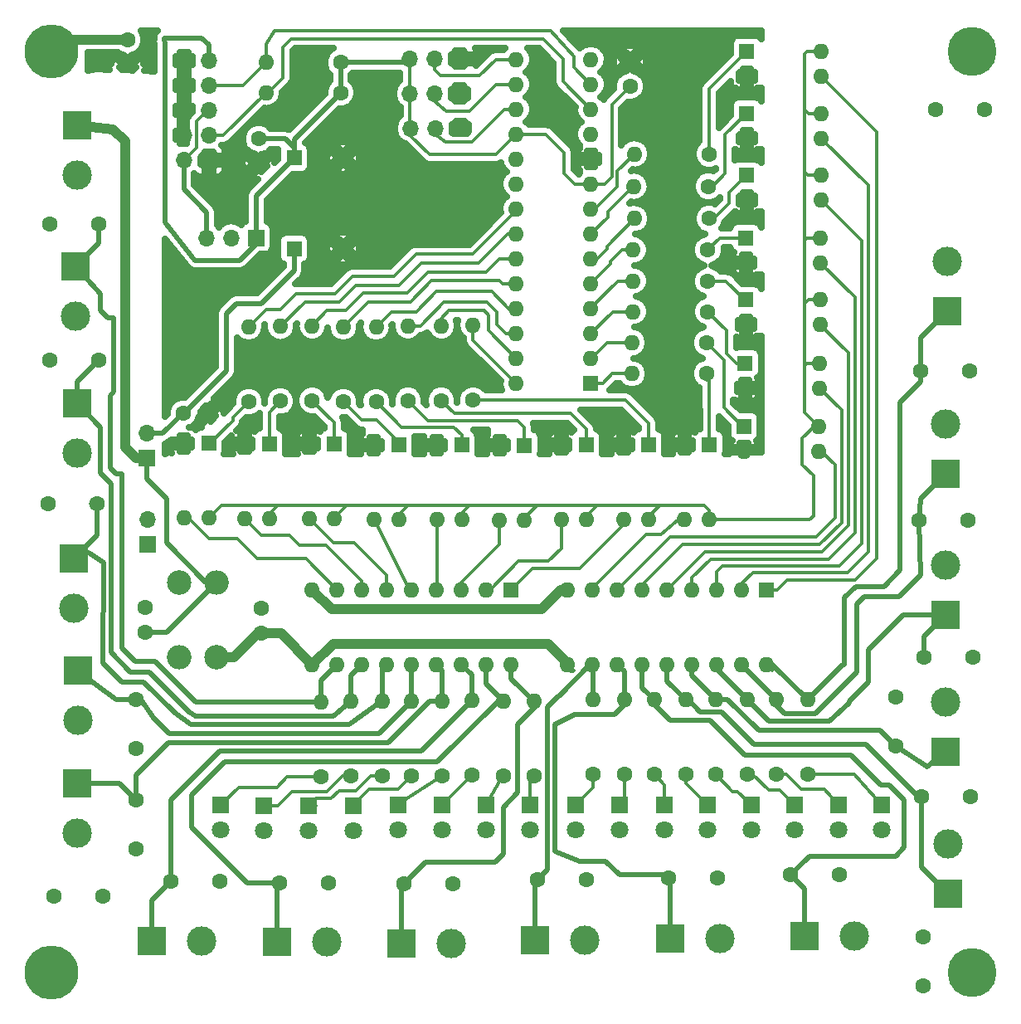
<source format=gbr>
G04 #@! TF.FileFunction,Copper,L2,Bot,Signal*
%FSLAX46Y46*%
G04 Gerber Fmt 4.6, Leading zero omitted, Abs format (unit mm)*
G04 Created by KiCad (PCBNEW 4.0.7) date 04/13/19 11:51:36*
%MOMM*%
%LPD*%
G01*
G04 APERTURE LIST*
%ADD10C,0.100000*%
%ADD11C,1.600000*%
%ADD12R,3.000000X3.000000*%
%ADD13C,3.000000*%
%ADD14R,1.600000X1.600000*%
%ADD15O,1.600000X1.600000*%
%ADD16R,1.700000X1.700000*%
%ADD17O,1.700000X1.700000*%
%ADD18C,5.500000*%
%ADD19C,2.500000*%
%ADD20O,2.500000X2.500000*%
%ADD21C,5.000000*%
%ADD22R,1.800000X1.800000*%
%ADD23C,1.800000*%
%ADD24C,0.500000*%
%ADD25C,0.350000*%
%ADD26C,1.000000*%
%ADD27C,0.635000*%
G04 APERTURE END LIST*
D10*
D11*
X140208000Y-117856000D03*
X140208000Y-122856000D03*
D12*
X56337200Y-103708200D03*
D13*
X56337200Y-108788200D03*
D14*
X124993400Y-58318400D03*
D15*
X132613400Y-60858400D03*
X124993400Y-60858400D03*
X132613400Y-58318400D03*
D16*
X95656400Y-52806600D03*
D17*
X93116400Y-52806600D03*
X90576400Y-52806600D03*
D14*
X127038100Y-106946700D03*
D15*
X106718100Y-114566700D03*
X124498100Y-106946700D03*
X109258100Y-114566700D03*
X121958100Y-106946700D03*
X111798100Y-114566700D03*
X119418100Y-106946700D03*
X114338100Y-114566700D03*
X116878100Y-106946700D03*
X116878100Y-114566700D03*
X114338100Y-106946700D03*
X119418100Y-114566700D03*
X111798100Y-106946700D03*
X121958100Y-114566700D03*
X109258100Y-106946700D03*
X124498100Y-114566700D03*
X106718100Y-106946700D03*
X127038100Y-114566700D03*
D14*
X100965000Y-106934000D03*
D15*
X80645000Y-114554000D03*
X98425000Y-106934000D03*
X83185000Y-114554000D03*
X95885000Y-106934000D03*
X85725000Y-114554000D03*
X93345000Y-106934000D03*
X88265000Y-114554000D03*
X90805000Y-106934000D03*
X90805000Y-114554000D03*
X88265000Y-106934000D03*
X93345000Y-114554000D03*
X85725000Y-106934000D03*
X95885000Y-114554000D03*
X83185000Y-106934000D03*
X98425000Y-114554000D03*
X80645000Y-106934000D03*
X100965000Y-114554000D03*
D11*
X63563500Y-111252000D03*
X63563500Y-108752000D03*
D14*
X78790800Y-72123300D03*
D11*
X83790800Y-72123300D03*
D16*
X95707200Y-56311800D03*
D17*
X93167200Y-56311800D03*
X90627200Y-56311800D03*
D16*
X74930000Y-71018400D03*
D17*
X72390000Y-71018400D03*
X69850000Y-71018400D03*
D11*
X83540600Y-56210200D03*
D15*
X75920600Y-56210200D03*
D18*
X54000000Y-52000000D03*
X54000000Y-146000000D03*
D11*
X83540600Y-53136800D03*
D15*
X75920600Y-53136800D03*
D11*
X113080800Y-53073300D03*
X113080800Y-55573300D03*
X75158600Y-63423800D03*
X75158600Y-60923800D03*
D16*
X95783400Y-59855100D03*
D17*
X93243400Y-59855100D03*
X90703400Y-59855100D03*
D14*
X109093000Y-85852000D03*
D15*
X101473000Y-52832000D03*
X109093000Y-83312000D03*
X101473000Y-55372000D03*
X109093000Y-80772000D03*
X101473000Y-57912000D03*
X109093000Y-78232000D03*
X101473000Y-60452000D03*
X109093000Y-75692000D03*
X101473000Y-62992000D03*
X109093000Y-73152000D03*
X101473000Y-65532000D03*
X109093000Y-70612000D03*
X101473000Y-68072000D03*
X109093000Y-68072000D03*
X101473000Y-70612000D03*
X109093000Y-65532000D03*
X101473000Y-73152000D03*
X109093000Y-62992000D03*
X101473000Y-75692000D03*
X109093000Y-60452000D03*
X101473000Y-78232000D03*
X109093000Y-57912000D03*
X101473000Y-80772000D03*
X109093000Y-55372000D03*
X101473000Y-83312000D03*
X109093000Y-52832000D03*
X101473000Y-85852000D03*
D19*
X67056000Y-106172000D03*
D20*
X67056000Y-113792000D03*
D14*
X78790800Y-62865000D03*
D11*
X83790800Y-62865000D03*
D19*
X70866000Y-113792000D03*
D20*
X70866000Y-106172000D03*
D11*
X69961760Y-88905080D03*
X67461760Y-88905080D03*
X75438000Y-108839000D03*
X75438000Y-111339000D03*
X61798200Y-53314600D03*
X61798200Y-50814600D03*
D16*
X70078600Y-63093600D03*
D17*
X67538600Y-63093600D03*
X70078600Y-60553600D03*
X67538600Y-60553600D03*
X70078600Y-58013600D03*
X67538600Y-58013600D03*
X70078600Y-55473600D03*
X67538600Y-55473600D03*
X70078600Y-52933600D03*
X67538600Y-52933600D03*
D12*
X56642000Y-59563000D03*
D13*
X56642000Y-64643000D03*
D16*
X63881000Y-102298500D03*
D17*
X63881000Y-99758500D03*
D16*
X63754000Y-93535500D03*
D17*
X63754000Y-90995500D03*
D11*
X97066100Y-87566500D03*
D15*
X97066100Y-79946500D03*
D11*
X93827600Y-87617300D03*
D15*
X93827600Y-79997300D03*
D11*
X90411300Y-87617300D03*
D15*
X90411300Y-79997300D03*
D11*
X87172800Y-87731600D03*
D15*
X87172800Y-80111600D03*
D11*
X83820000Y-87731600D03*
D15*
X83820000Y-80111600D03*
D11*
X80632300Y-87617300D03*
D15*
X80632300Y-79997300D03*
D11*
X77393800Y-87680800D03*
D15*
X77393800Y-80060800D03*
D11*
X74155300Y-87731600D03*
D15*
X74155300Y-80111600D03*
D14*
X114985800Y-92125800D03*
D15*
X112445800Y-99745800D03*
X112445800Y-92125800D03*
X114985800Y-99745800D03*
D14*
X108623100Y-92125800D03*
D15*
X106083100Y-99745800D03*
X106083100Y-92125800D03*
X108623100Y-99745800D03*
D14*
X102298500Y-92202000D03*
D15*
X99758500Y-99822000D03*
X99758500Y-92202000D03*
X102298500Y-99822000D03*
D14*
X95897700Y-92163900D03*
D15*
X93357700Y-99783900D03*
X93357700Y-92163900D03*
X95897700Y-99783900D03*
D14*
X89458800Y-92163900D03*
D15*
X86918800Y-99783900D03*
X86918800Y-92163900D03*
X89458800Y-99783900D03*
D14*
X82905600Y-92049600D03*
D15*
X80365600Y-99669600D03*
X80365600Y-92049600D03*
X82905600Y-99669600D03*
D14*
X76276200Y-92049600D03*
D15*
X73736200Y-99669600D03*
X73736200Y-92049600D03*
X76276200Y-99669600D03*
D14*
X70065900Y-92011500D03*
D15*
X67525900Y-99631500D03*
X67525900Y-92011500D03*
X70065900Y-99631500D03*
D21*
X148000000Y-52000000D03*
X148000000Y-146000000D03*
D11*
X121145300Y-62471300D03*
D15*
X113525300Y-62471300D03*
D11*
X121094500Y-65773300D03*
D15*
X113474500Y-65773300D03*
D11*
X121145300Y-69062600D03*
D15*
X113525300Y-69062600D03*
D11*
X121031000Y-72250300D03*
D15*
X113411000Y-72250300D03*
D11*
X121031000Y-75438000D03*
D15*
X113411000Y-75438000D03*
D11*
X121031000Y-78562200D03*
D15*
X113411000Y-78562200D03*
D11*
X120891300Y-81724500D03*
D15*
X113271300Y-81724500D03*
D11*
X120891300Y-84886800D03*
D15*
X113271300Y-84886800D03*
D14*
X124993400Y-52009040D03*
D15*
X132613400Y-54549040D03*
X124993400Y-54549040D03*
X132613400Y-52009040D03*
D14*
X124993400Y-64632840D03*
D15*
X132613400Y-67172840D03*
X124993400Y-67172840D03*
X132613400Y-64632840D03*
D14*
X124907040Y-71033640D03*
D15*
X132527040Y-73573640D03*
X124907040Y-73573640D03*
X132527040Y-71033640D03*
D14*
X124907040Y-77343000D03*
D15*
X132527040Y-79883000D03*
X124907040Y-79883000D03*
X132527040Y-77343000D03*
D14*
X124835920Y-83820000D03*
D15*
X132455920Y-86360000D03*
X124835920Y-86360000D03*
X132455920Y-83820000D03*
D14*
X124724160Y-90246200D03*
D15*
X132344160Y-92786200D03*
X124724160Y-92786200D03*
X132344160Y-90246200D03*
D14*
X121196100Y-92125800D03*
D15*
X118656100Y-99745800D03*
X118656100Y-92125800D03*
X121196100Y-99745800D03*
D12*
X89789000Y-143002000D03*
D13*
X94869000Y-143002000D03*
D12*
X77089000Y-142875000D03*
D13*
X82169000Y-142875000D03*
D12*
X64262000Y-142748000D03*
D13*
X69342000Y-142748000D03*
D12*
X56642000Y-126682500D03*
D13*
X56642000Y-131762500D03*
D12*
X56718200Y-115163600D03*
D13*
X56718200Y-120243600D03*
D12*
X56616600Y-87884000D03*
D13*
X56616600Y-92964000D03*
D12*
X56438800Y-73939400D03*
D13*
X56438800Y-79019400D03*
D12*
X145440400Y-78536800D03*
D13*
X145440400Y-73456800D03*
D12*
X145288000Y-95097600D03*
D13*
X145288000Y-90017600D03*
D12*
X145288000Y-109474000D03*
D13*
X145288000Y-104394000D03*
D12*
X145288000Y-123444000D03*
D13*
X145288000Y-118364000D03*
D12*
X145542000Y-137922000D03*
D13*
X145542000Y-132842000D03*
D12*
X130937000Y-142303500D03*
D13*
X136017000Y-142303500D03*
D12*
X117157500Y-142494000D03*
D13*
X122237500Y-142494000D03*
D12*
X103378000Y-142684500D03*
D13*
X108458000Y-142684500D03*
D11*
X144272000Y-57912000D03*
X149272000Y-57912000D03*
X143002000Y-147320000D03*
X143002000Y-142320000D03*
X53873400Y-83489800D03*
X58873400Y-83489800D03*
X53644800Y-98120200D03*
X58644800Y-98120200D03*
X94996000Y-136969500D03*
X89996000Y-136969500D03*
X82296000Y-136842500D03*
X77296000Y-136842500D03*
X71183500Y-136715500D03*
X66183500Y-136715500D03*
X62674500Y-133413500D03*
X62674500Y-128413500D03*
X62674500Y-123126500D03*
X62674500Y-118126500D03*
X53822600Y-69621400D03*
X58822600Y-69621400D03*
X148082000Y-113792000D03*
X143082000Y-113792000D03*
X108648500Y-136525000D03*
X103648500Y-136525000D03*
X147726400Y-84582000D03*
X142726400Y-84582000D03*
X147574000Y-99822000D03*
X142574000Y-99822000D03*
X134493000Y-136017000D03*
X129493000Y-136017000D03*
X122047000Y-136334500D03*
X117047000Y-136334500D03*
X147828000Y-128016000D03*
X142828000Y-128016000D03*
X54254400Y-138226800D03*
X59254400Y-138226800D03*
X103276400Y-125907800D03*
D15*
X103276400Y-118287800D03*
D11*
X100126800Y-125882400D03*
D15*
X100126800Y-118262400D03*
D11*
X96951800Y-125844300D03*
D15*
X96951800Y-118224300D03*
D11*
X93929200Y-125882400D03*
D15*
X93929200Y-118262400D03*
D11*
X90728800Y-125933200D03*
D15*
X90728800Y-118313200D03*
D11*
X87782400Y-125882400D03*
D15*
X87782400Y-118262400D03*
D11*
X84620100Y-125920500D03*
D15*
X84620100Y-118300500D03*
D11*
X81534000Y-126009400D03*
D15*
X81534000Y-118389400D03*
D22*
X71297800Y-128917700D03*
D23*
X71297800Y-131457700D03*
D22*
X75717400Y-128968500D03*
D23*
X75717400Y-131508500D03*
D22*
X80302100Y-128968500D03*
D23*
X80302100Y-131508500D03*
D22*
X84848700Y-128993900D03*
D23*
X84848700Y-131533900D03*
D22*
X89382600Y-128917700D03*
D23*
X89382600Y-131457700D03*
D22*
X93878400Y-128917700D03*
D23*
X93878400Y-131457700D03*
D22*
X98374200Y-128917700D03*
D23*
X98374200Y-131457700D03*
D22*
X102908100Y-128917700D03*
D23*
X102908100Y-131457700D03*
D22*
X107569000Y-128905000D03*
D23*
X107569000Y-131445000D03*
D22*
X112014000Y-128905000D03*
D23*
X112014000Y-131445000D03*
D22*
X116586000Y-128905000D03*
D23*
X116586000Y-131445000D03*
D22*
X121031000Y-128905000D03*
D23*
X121031000Y-131445000D03*
D22*
X125476000Y-128905000D03*
D23*
X125476000Y-131445000D03*
D22*
X129921000Y-128905000D03*
D23*
X129921000Y-131445000D03*
D22*
X134366000Y-128905000D03*
D23*
X134366000Y-131445000D03*
D22*
X138811000Y-128905000D03*
D23*
X138811000Y-131445000D03*
D11*
X131206240Y-125785880D03*
D15*
X131206240Y-118165880D03*
D11*
X128054100Y-125768100D03*
D15*
X128054100Y-118148100D03*
D11*
X125059440Y-125730000D03*
D15*
X125059440Y-118110000D03*
D11*
X121846340Y-125730000D03*
D15*
X121846340Y-118110000D03*
D11*
X118795800Y-125768100D03*
D15*
X118795800Y-118148100D03*
D11*
X115559840Y-125785880D03*
D15*
X115559840Y-118165880D03*
D11*
X112522000Y-125730000D03*
D15*
X112522000Y-118110000D03*
D11*
X109347000Y-125730000D03*
D15*
X109347000Y-118110000D03*
D24*
X74930000Y-71018400D02*
X74930000Y-66725800D01*
X74930000Y-66725800D02*
X78790800Y-62865000D01*
X75158600Y-60923800D02*
X77865600Y-60923800D01*
X77865600Y-60923800D02*
X78790800Y-61849000D01*
X78790800Y-62865000D02*
X78790800Y-61849000D01*
X78790800Y-61849000D02*
X78790800Y-60960000D01*
X78790800Y-60960000D02*
X83540600Y-56210200D01*
D25*
X109093000Y-65532000D02*
X110451900Y-65532000D01*
X111213900Y-57440200D02*
X113080800Y-55573300D01*
X111213900Y-64770000D02*
X111213900Y-57440200D01*
X110451900Y-65532000D02*
X111213900Y-64770000D01*
X101473000Y-60452000D02*
X104495600Y-60452000D01*
X107442000Y-65532000D02*
X109093000Y-65532000D01*
X106375200Y-64465200D02*
X107442000Y-65532000D01*
X106375200Y-62331600D02*
X106375200Y-64465200D01*
X104495600Y-60452000D02*
X106375200Y-62331600D01*
X90703400Y-59855100D02*
X90703400Y-60604400D01*
X90703400Y-60604400D02*
X92621100Y-62522100D01*
X99402900Y-62522100D02*
X101473000Y-60452000D01*
X92621100Y-62522100D02*
X99402900Y-62522100D01*
D24*
X74930000Y-71018400D02*
X74930000Y-71640700D01*
X74930000Y-71640700D02*
X73266300Y-73304400D01*
X73266300Y-73304400D02*
X68694300Y-73304400D01*
X68694300Y-73304400D02*
X65608200Y-69456300D01*
X65608200Y-69456300D02*
X65608200Y-51358800D01*
X65608200Y-51358800D02*
X65532000Y-50673000D01*
X65532000Y-50673000D02*
X69380100Y-50673000D01*
X69380100Y-50673000D02*
X70078600Y-51371500D01*
X70078600Y-51371500D02*
X70078600Y-52933600D01*
X83540600Y-53136800D02*
X90246200Y-53136800D01*
X90246200Y-53136800D02*
X90576400Y-52806600D01*
X83540600Y-56210200D02*
X83540600Y-53136800D01*
D25*
X90627200Y-56311800D02*
X90627200Y-59778900D01*
X90627200Y-59778900D02*
X90703400Y-59855100D01*
X90576400Y-52806600D02*
X90576400Y-56261000D01*
X90576400Y-56261000D02*
X90627200Y-56311800D01*
X93116400Y-52806600D02*
X93116400Y-53898800D01*
X99390200Y-52832000D02*
X101473000Y-52832000D01*
X97739200Y-54483000D02*
X99390200Y-52832000D01*
X93700600Y-54483000D02*
X97739200Y-54483000D01*
X93116400Y-53898800D02*
X93700600Y-54483000D01*
X93167200Y-56311800D02*
X93167200Y-57086500D01*
X93167200Y-57086500D02*
X94297500Y-58102500D01*
X94297500Y-58102500D02*
X96659700Y-58102500D01*
X96659700Y-58102500D02*
X99390200Y-55372000D01*
X99390200Y-55372000D02*
X101473000Y-55372000D01*
D26*
X63754000Y-93535500D02*
X62649100Y-93535500D01*
X60325000Y-59969400D02*
X56642000Y-59563000D01*
X61518800Y-61163200D02*
X60325000Y-59969400D01*
X61518800Y-92405200D02*
X61518800Y-61163200D01*
X62649100Y-93535500D02*
X61518800Y-92405200D01*
D24*
X70866000Y-106172000D02*
X69786500Y-106172000D01*
X69786500Y-106172000D02*
X65786000Y-102171500D01*
X63754000Y-95631000D02*
X63754000Y-93535500D01*
X65786000Y-97663000D02*
X63754000Y-95631000D01*
X65786000Y-102171500D02*
X65786000Y-97663000D01*
X63563500Y-111252000D02*
X65786000Y-111252000D01*
X65786000Y-111252000D02*
X70866000Y-106172000D01*
X70866000Y-105156000D02*
X70866000Y-106172000D01*
D26*
X75438000Y-111339000D02*
X77430000Y-111339000D01*
X77430000Y-111339000D02*
X80645000Y-114554000D01*
X75438000Y-111339000D02*
X75071600Y-111339000D01*
X75071600Y-111339000D02*
X72618600Y-113792000D01*
X72618600Y-113792000D02*
X70866000Y-113792000D01*
X106718100Y-114566700D02*
X106718100Y-114388900D01*
X106718100Y-114388900D02*
X104749600Y-112420400D01*
X82778600Y-112420400D02*
X80645000Y-114554000D01*
X104749600Y-112420400D02*
X82778600Y-112420400D01*
D25*
X76276200Y-99131120D02*
X77114400Y-98292920D01*
D24*
X107061000Y-115189000D02*
X107315000Y-115189000D01*
D25*
X132344160Y-90246200D02*
X131914900Y-90246200D01*
X131914900Y-90246200D02*
X130683000Y-91478100D01*
X131445000Y-99745800D02*
X121196100Y-99745800D01*
X131787900Y-99402900D02*
X131445000Y-99745800D01*
X131787900Y-95288100D02*
X131787900Y-99402900D01*
X130683000Y-94183200D02*
X131787900Y-95288100D01*
X130683000Y-91478100D02*
X130683000Y-94183200D01*
X114985800Y-99745800D02*
X114985800Y-99453700D01*
X114985800Y-99453700D02*
X116146580Y-98292920D01*
X108623100Y-99745800D02*
X108623100Y-99418140D01*
X108623100Y-99418140D02*
X109748320Y-98292920D01*
X102298500Y-99822000D02*
X102298500Y-99595940D01*
X102298500Y-99595940D02*
X103601520Y-98292920D01*
X95897700Y-99783900D02*
X95897700Y-99095560D01*
X95897700Y-99095560D02*
X96700340Y-98292920D01*
X89458800Y-99783900D02*
X89458800Y-99247960D01*
X89458800Y-99247960D02*
X90413840Y-98292920D01*
X82905600Y-99669600D02*
X82905600Y-99570540D01*
X82905600Y-99570540D02*
X84183220Y-98292920D01*
X76276200Y-99669600D02*
X76276200Y-99131120D01*
X121196100Y-99745800D02*
X121196100Y-98869500D01*
X71404480Y-98292920D02*
X70065900Y-99631500D01*
X120619520Y-98292920D02*
X116146580Y-98292920D01*
X116146580Y-98292920D02*
X109748320Y-98292920D01*
X109748320Y-98292920D02*
X103601520Y-98292920D01*
X103601520Y-98292920D02*
X96700340Y-98292920D01*
X96700340Y-98292920D02*
X90413840Y-98292920D01*
X90413840Y-98292920D02*
X84183220Y-98292920D01*
X84183220Y-98292920D02*
X77114400Y-98292920D01*
X77114400Y-98292920D02*
X71404480Y-98292920D01*
X121196100Y-98869500D02*
X120619520Y-98292920D01*
X132613400Y-58318400D02*
X131279900Y-58318400D01*
X131279900Y-58318400D02*
X130911600Y-57950100D01*
X132613400Y-64632840D02*
X131269740Y-64632840D01*
X131269740Y-64632840D02*
X130911600Y-64274700D01*
X132527040Y-71033640D02*
X131163060Y-71033640D01*
X131163060Y-71033640D02*
X130911600Y-71285100D01*
X132527040Y-77343000D02*
X131292600Y-77343000D01*
X131292600Y-77343000D02*
X130911600Y-77724000D01*
X132455920Y-83820000D02*
X131178300Y-83820000D01*
X131178300Y-83820000D02*
X130911600Y-84086700D01*
X132613400Y-52009040D02*
X131142740Y-52009040D01*
X130911600Y-52240180D02*
X130911600Y-57950100D01*
X131142740Y-52009040D02*
X130911600Y-52240180D01*
X130911600Y-57950100D02*
X130911600Y-64274700D01*
X130911600Y-64274700D02*
X130911600Y-71285100D01*
X130911600Y-71285100D02*
X130911600Y-77724000D01*
X130911600Y-77724000D02*
X130911600Y-84086700D01*
X130911600Y-88813640D02*
X132344160Y-90246200D01*
X130911600Y-84086700D02*
X130911600Y-88813640D01*
X132344160Y-90246200D02*
X131876800Y-90246200D01*
X132455920Y-83820000D02*
X131737100Y-83820000D01*
X132527040Y-77343000D02*
X132130800Y-77343000D01*
X132527040Y-71033640D02*
X131993640Y-71033640D01*
X132613400Y-64632840D02*
X132415280Y-64632840D01*
X132613400Y-58318400D02*
X131856480Y-58318400D01*
X93243400Y-59855100D02*
X93243400Y-60439300D01*
X93243400Y-60439300D02*
X94221300Y-61264800D01*
X94221300Y-61264800D02*
X96926400Y-61264800D01*
X96926400Y-61264800D02*
X100279200Y-57912000D01*
X100279200Y-57912000D02*
X101473000Y-57912000D01*
X75920600Y-56210200D02*
X76149200Y-56210200D01*
X76149200Y-56210200D02*
X77647800Y-54711600D01*
X106273600Y-55092600D02*
X109093000Y-57912000D01*
X106273600Y-52743100D02*
X106273600Y-55092600D01*
X104228900Y-50698400D02*
X106273600Y-52743100D01*
X78498700Y-50698400D02*
X104228900Y-50698400D01*
X77647800Y-51549300D02*
X78498700Y-50698400D01*
X77647800Y-54711600D02*
X77647800Y-51549300D01*
X70078600Y-60553600D02*
X71577200Y-60553600D01*
X71577200Y-60553600D02*
X75920600Y-56210200D01*
X75920600Y-53136800D02*
X75920600Y-51269900D01*
X107327700Y-53606700D02*
X109093000Y-55372000D01*
X107327700Y-52539900D02*
X107327700Y-53606700D01*
X104965500Y-49911000D02*
X107327700Y-52539900D01*
X76784200Y-49911000D02*
X104965500Y-49911000D01*
X75920600Y-51269900D02*
X76784200Y-49911000D01*
X70078600Y-55473600D02*
X73583800Y-55473600D01*
X73583800Y-55473600D02*
X75920600Y-53136800D01*
D24*
X67538600Y-63093600D02*
X67538600Y-66090800D01*
X69850000Y-68402200D02*
X69850000Y-71018400D01*
X67538600Y-66090800D02*
X69850000Y-68402200D01*
D25*
X70078600Y-58013600D02*
X69951600Y-58013600D01*
X69951600Y-58013600D02*
X68821300Y-59143900D01*
X68821300Y-59143900D02*
X68821300Y-61810900D01*
X68821300Y-61810900D02*
X67538600Y-63093600D01*
D26*
X61798200Y-50814600D02*
X55185400Y-50814600D01*
X55185400Y-50814600D02*
X54000000Y-52000000D01*
X106718100Y-106946700D02*
X106006900Y-106946700D01*
X106006900Y-106946700D02*
X104038400Y-108915200D01*
X104038400Y-108915200D02*
X82626200Y-108915200D01*
X82626200Y-108915200D02*
X80645000Y-106934000D01*
D25*
X112445800Y-99745800D02*
X112445800Y-100266500D01*
X112445800Y-100266500D02*
X107975400Y-104736900D01*
X107975400Y-104736900D02*
X103124000Y-104775000D01*
X103124000Y-104775000D02*
X100965000Y-106934000D01*
X98425000Y-106934000D02*
X98806000Y-106934000D01*
X98806000Y-106934000D02*
X101727000Y-104013000D01*
X101727000Y-104013000D02*
X104775000Y-104013000D01*
X104775000Y-104013000D02*
X106083100Y-102704900D01*
X106083100Y-102704900D02*
X106083100Y-99745800D01*
X95885000Y-106934000D02*
X95885000Y-106172000D01*
X95885000Y-106172000D02*
X99758500Y-102298500D01*
X99758500Y-102298500D02*
X99758500Y-99822000D01*
X99758500Y-99822000D02*
X99758500Y-100515420D01*
X93357700Y-99783900D02*
X93357700Y-106921300D01*
X93357700Y-106921300D02*
X93345000Y-106934000D01*
X86918800Y-99783900D02*
X90347800Y-106476800D01*
X90347800Y-106476800D02*
X90805000Y-106934000D01*
X88265000Y-106934000D02*
X88265000Y-105410000D01*
X82804000Y-102108000D02*
X80365600Y-99669600D01*
X84963000Y-102108000D02*
X82804000Y-102108000D01*
X88265000Y-105410000D02*
X84963000Y-102108000D01*
X80446880Y-99669600D02*
X80365600Y-99669600D01*
D24*
X63754000Y-90995500D02*
X65371340Y-90995500D01*
X65371340Y-90995500D02*
X67461760Y-88905080D01*
X78790800Y-72123300D02*
X78790800Y-74371200D01*
X71882000Y-84582000D02*
X67558920Y-88905080D01*
X71882000Y-78740000D02*
X71882000Y-84582000D01*
X72898000Y-77724000D02*
X71882000Y-78740000D01*
X75438000Y-77724000D02*
X72898000Y-77724000D01*
X78790800Y-74371200D02*
X75438000Y-77724000D01*
X67558920Y-88905080D02*
X67461760Y-88905080D01*
D25*
X114985800Y-92125800D02*
X114985800Y-89916000D01*
X112636300Y-87566500D02*
X97066100Y-87566500D01*
X114985800Y-89916000D02*
X112636300Y-87566500D01*
X97066100Y-79946500D02*
X97066100Y-81445100D01*
X97066100Y-81445100D02*
X101473000Y-85852000D01*
X108623100Y-92125800D02*
X108623100Y-90525600D01*
X95173800Y-88963500D02*
X93827600Y-87617300D01*
X107061000Y-88963500D02*
X95173800Y-88963500D01*
X108623100Y-90525600D02*
X107061000Y-88963500D01*
X93827600Y-79997300D02*
X93827600Y-79235300D01*
X93827600Y-79235300D02*
X94602300Y-78460600D01*
X94602300Y-78460600D02*
X98183700Y-78460600D01*
X98183700Y-78460600D02*
X98628200Y-78905100D01*
X98628200Y-78905100D02*
X98628200Y-80467200D01*
X98628200Y-80467200D02*
X101473000Y-83312000D01*
X102298500Y-92202000D02*
X102298500Y-90335100D01*
X92443300Y-89649300D02*
X90411300Y-87617300D01*
X101612700Y-89649300D02*
X92443300Y-89649300D01*
X102298500Y-90335100D02*
X101612700Y-89649300D01*
X101473000Y-80772000D02*
X100380800Y-80772000D01*
X91655900Y-79997300D02*
X90411300Y-79997300D01*
X94094300Y-77558900D02*
X91655900Y-79997300D01*
X98463100Y-77558900D02*
X94094300Y-77558900D01*
X99466400Y-78562200D02*
X98463100Y-77558900D01*
X99466400Y-79857600D02*
X99466400Y-78562200D01*
X100380800Y-80772000D02*
X99466400Y-79857600D01*
X95897700Y-92163900D02*
X95897700Y-91135200D01*
X89776300Y-90335100D02*
X87172800Y-87731600D01*
X95097600Y-90335100D02*
X89776300Y-90335100D01*
X95897700Y-91135200D02*
X95097600Y-90335100D01*
X101473000Y-78232000D02*
X100698300Y-78232000D01*
X100698300Y-78232000D02*
X98971100Y-76504800D01*
X98971100Y-76504800D02*
X93306900Y-76504800D01*
X93306900Y-76504800D02*
X91249500Y-78562200D01*
X91249500Y-78562200D02*
X88722200Y-78562200D01*
X88722200Y-78562200D02*
X87172800Y-80111600D01*
X89458800Y-92163900D02*
X89458800Y-91897200D01*
X89458800Y-91897200D02*
X87172800Y-89611200D01*
X87172800Y-89611200D02*
X85699600Y-89611200D01*
X85699600Y-89611200D02*
X83820000Y-87731600D01*
X101473000Y-75692000D02*
X100050600Y-75692000D01*
X86372700Y-77558900D02*
X83820000Y-80111600D01*
X90639900Y-77558900D02*
X86372700Y-77558900D01*
X92811600Y-75387200D02*
X90639900Y-77558900D01*
X99745800Y-75387200D02*
X92811600Y-75387200D01*
X100050600Y-75692000D02*
X99745800Y-75387200D01*
X82905600Y-92049600D02*
X82905600Y-89890600D01*
X82905600Y-89890600D02*
X80632300Y-87617300D01*
X101473000Y-73152000D02*
X99745800Y-73152000D01*
X82169000Y-78460600D02*
X80632300Y-79997300D01*
X84035900Y-78460600D02*
X82169000Y-78460600D01*
X85890100Y-76606400D02*
X84035900Y-78460600D01*
X90360500Y-76606400D02*
X85890100Y-76606400D01*
X92417900Y-74549000D02*
X90360500Y-76606400D01*
X98348800Y-74549000D02*
X92417900Y-74549000D01*
X99745800Y-73152000D02*
X98348800Y-74549000D01*
X76276200Y-92049600D02*
X76276200Y-88798400D01*
X76276200Y-88798400D02*
X77393800Y-87680800D01*
X101473000Y-70612000D02*
X100609400Y-70612000D01*
X79895700Y-77558900D02*
X77393800Y-80060800D01*
X83426300Y-77558900D02*
X79895700Y-77558900D01*
X85102700Y-75882500D02*
X83426300Y-77558900D01*
X89458800Y-75882500D02*
X85102700Y-75882500D01*
X91744800Y-73596500D02*
X89458800Y-75882500D01*
X97624900Y-73596500D02*
X91744800Y-73596500D01*
X100609400Y-70612000D02*
X97624900Y-73596500D01*
X70065900Y-92011500D02*
X70180200Y-92011500D01*
X70180200Y-92011500D02*
X72542400Y-89649300D01*
X72542400Y-89649300D02*
X72542400Y-89344500D01*
X72542400Y-89344500D02*
X74155300Y-87731600D01*
X101473000Y-68072000D02*
X101473000Y-68287900D01*
X101473000Y-68287900D02*
X97066100Y-72694800D01*
X97066100Y-72694800D02*
X91249500Y-72694800D01*
X91249500Y-72694800D02*
X89014300Y-74930000D01*
X89014300Y-74930000D02*
X84772500Y-74930000D01*
X84772500Y-74930000D02*
X82981800Y-76720700D01*
X82981800Y-76720700D02*
X79019400Y-76720700D01*
X79019400Y-76720700D02*
X77393800Y-78346300D01*
X77393800Y-78346300D02*
X75920600Y-78346300D01*
X75920600Y-78346300D02*
X74155300Y-80111600D01*
X85725000Y-106934000D02*
X85725000Y-106045000D01*
X75412600Y-101346000D02*
X73736200Y-99669600D01*
X78359000Y-101346000D02*
X75412600Y-101346000D01*
X79375000Y-102362000D02*
X78359000Y-101346000D01*
X82042000Y-102362000D02*
X79375000Y-102362000D01*
X85725000Y-106045000D02*
X82042000Y-102362000D01*
X67525900Y-99631500D02*
X68008500Y-99631500D01*
X68008500Y-99631500D02*
X70104000Y-101727000D01*
X70104000Y-101727000D02*
X73025000Y-101727000D01*
X73025000Y-101727000D02*
X75057000Y-103759000D01*
X75057000Y-103759000D02*
X80010000Y-103759000D01*
X80010000Y-103759000D02*
X83185000Y-106934000D01*
X121145300Y-62471300D02*
X121145300Y-55857140D01*
X121145300Y-55857140D02*
X124993400Y-52009040D01*
X109093000Y-68072000D02*
X109474000Y-68072000D01*
X109474000Y-68072000D02*
X111763902Y-65782098D01*
X111763902Y-65782098D02*
X111763902Y-64232698D01*
X111763902Y-64232698D02*
X113525300Y-62471300D01*
X121094500Y-65773300D02*
X121490740Y-65773300D01*
X121490740Y-65773300D02*
X122798840Y-64465200D01*
X122798840Y-64465200D02*
X122798840Y-60512960D01*
X122798840Y-60512960D02*
X124993400Y-58318400D01*
X113474500Y-65773300D02*
X113372900Y-65773300D01*
X113372900Y-65773300D02*
X110794800Y-68351400D01*
X110794800Y-68351400D02*
X110794800Y-68910200D01*
X110794800Y-68910200D02*
X109093000Y-70612000D01*
X121145300Y-69062600D02*
X121630440Y-69062600D01*
X121630440Y-69062600D02*
X123215400Y-67477640D01*
X123215400Y-67477640D02*
X123215400Y-66410840D01*
X123215400Y-66410840D02*
X124993400Y-64632840D01*
X109093000Y-73152000D02*
X109766100Y-73152000D01*
X109766100Y-73152000D02*
X110718600Y-72199500D01*
X110718600Y-72199500D02*
X110718600Y-71869300D01*
X110718600Y-71869300D02*
X113525300Y-69062600D01*
X124907040Y-71033640D02*
X122247660Y-71033640D01*
X122247660Y-71033640D02*
X121031000Y-72250300D01*
X113411000Y-72250300D02*
X112268000Y-72250300D01*
X111061500Y-73723500D02*
X109093000Y-75692000D01*
X111061500Y-73456800D02*
X111061500Y-73723500D01*
X112268000Y-72250300D02*
X111061500Y-73456800D01*
X124907040Y-77343000D02*
X124785120Y-77343000D01*
X124785120Y-77343000D02*
X122880120Y-75438000D01*
X122880120Y-75438000D02*
X121031000Y-75438000D01*
X109093000Y-78232000D02*
X109093000Y-78168500D01*
X109093000Y-78168500D02*
X111823500Y-75438000D01*
X111823500Y-75438000D02*
X113411000Y-75438000D01*
X124835920Y-83820000D02*
X123941840Y-83820000D01*
X122936000Y-80467200D02*
X121031000Y-78562200D01*
X122936000Y-82814160D02*
X122936000Y-80467200D01*
X123941840Y-83820000D02*
X122936000Y-82814160D01*
X113411000Y-78562200D02*
X111302800Y-78562200D01*
X111302800Y-78562200D02*
X109093000Y-80772000D01*
X124724160Y-90246200D02*
X124571760Y-90246200D01*
X124571760Y-90246200D02*
X122646440Y-88320880D01*
X122646440Y-88320880D02*
X122646440Y-83479640D01*
X122646440Y-83479640D02*
X120891300Y-81724500D01*
X109093000Y-83312000D02*
X109131100Y-83312000D01*
X109131100Y-83312000D02*
X110718600Y-81724500D01*
X110718600Y-81724500D02*
X113271300Y-81724500D01*
X121196100Y-92125800D02*
X121158000Y-85153500D01*
X121158000Y-85153500D02*
X120891300Y-84886800D01*
X120891300Y-84886800D02*
X120891300Y-85498940D01*
X113271300Y-84886800D02*
X111252000Y-84886800D01*
X110286800Y-85852000D02*
X109093000Y-85852000D01*
X111252000Y-84886800D02*
X110286800Y-85852000D01*
X127038100Y-106946700D02*
X128140460Y-106946700D01*
X138247120Y-60182760D02*
X132613400Y-54549040D01*
X138247120Y-103769160D02*
X138247120Y-60182760D01*
X136067800Y-105948480D02*
X138247120Y-103769160D01*
X129138680Y-105948480D02*
X136067800Y-105948480D01*
X128140460Y-106946700D02*
X129138680Y-105948480D01*
X124498100Y-106946700D02*
X124498100Y-106311700D01*
X124498100Y-106311700D02*
X125653800Y-105156000D01*
X125653800Y-105156000D02*
X135331200Y-105156000D01*
X135331200Y-105156000D02*
X137408920Y-103078280D01*
X137408920Y-103078280D02*
X137408920Y-65653920D01*
X137408920Y-65653920D02*
X132613400Y-60858400D01*
X121958100Y-106946700D02*
X121958100Y-105088782D01*
X136738360Y-71297800D02*
X132613400Y-67172840D01*
X136738360Y-102204520D02*
X136738360Y-71297800D01*
X134447280Y-104495600D02*
X136738360Y-102204520D01*
X122551282Y-104495600D02*
X134447280Y-104495600D01*
X121958100Y-105088782D02*
X122551282Y-104495600D01*
X119418100Y-106946700D02*
X119418100Y-105714800D01*
X136055100Y-77101700D02*
X132527040Y-73573640D01*
X136055100Y-101079300D02*
X136055100Y-77101700D01*
X133350000Y-103784400D02*
X136055100Y-101079300D01*
X121348500Y-103784400D02*
X133350000Y-103784400D01*
X119418100Y-105714800D02*
X121348500Y-103784400D01*
X132527040Y-79883000D02*
X132527040Y-79943960D01*
X132527040Y-79943960D02*
X135341360Y-82758280D01*
X135341360Y-82758280D02*
X135341360Y-100360480D01*
X135341360Y-100360480D02*
X132641340Y-103060500D01*
X132641340Y-103060500D02*
X120764300Y-103060500D01*
X120764300Y-103060500D02*
X116878100Y-106946700D01*
X114338100Y-106946700D02*
X114338100Y-106443780D01*
X114338100Y-106443780D02*
X118465600Y-102316280D01*
X118465600Y-102316280D02*
X132435600Y-102316280D01*
X132435600Y-102316280D02*
X134670800Y-100081080D01*
X134670800Y-100081080D02*
X134670800Y-88574880D01*
X134670800Y-88574880D02*
X132455920Y-86360000D01*
X132344160Y-92786200D02*
X132628640Y-92786200D01*
X132628640Y-92786200D02*
X134056120Y-94213680D01*
X134056120Y-94213680D02*
X134056120Y-99578160D01*
X134056120Y-99578160D02*
X132072380Y-101561900D01*
X132072380Y-101561900D02*
X117182900Y-101561900D01*
X117182900Y-101561900D02*
X111798100Y-106946700D01*
X109258100Y-106946700D02*
X109258100Y-106768900D01*
X109258100Y-106768900D02*
X114757200Y-101269800D01*
X114757200Y-101269800D02*
X116243100Y-101269800D01*
X116243100Y-101269800D02*
X118033800Y-99745800D01*
X118033800Y-99745800D02*
X118656100Y-99745800D01*
D24*
X84620100Y-118300500D02*
X84543900Y-118300500D01*
X84543900Y-118300500D02*
X82816700Y-119799100D01*
X68719700Y-119799100D02*
X68072000Y-119380000D01*
X82816700Y-119799100D02*
X68719700Y-119799100D01*
X60134500Y-96672400D02*
X60134500Y-113347500D01*
X60134500Y-113347500D02*
X62103000Y-115316000D01*
X62103000Y-115316000D02*
X64008000Y-115316000D01*
X64008000Y-115316000D02*
X68072000Y-119380000D01*
X60134500Y-96100900D02*
X59055000Y-95021400D01*
X59055000Y-95021400D02*
X59055000Y-90322400D01*
X56616600Y-87884000D02*
X59055000Y-90322400D01*
X60134500Y-96672400D02*
X60134500Y-96100900D01*
X84620100Y-118300500D02*
X84620100Y-115658900D01*
X84620100Y-115658900D02*
X85725000Y-114554000D01*
X56616600Y-87884000D02*
X56616600Y-85746600D01*
X56616600Y-85746600D02*
X58873400Y-83489800D01*
X56616600Y-87884000D02*
X56769000Y-86753700D01*
X56616600Y-87884000D02*
X56616600Y-89027000D01*
X56616600Y-87884000D02*
X56934100Y-87884000D01*
X87782400Y-118262400D02*
X87757000Y-118262400D01*
X87757000Y-118262400D02*
X84416900Y-120650000D01*
X68249800Y-120650000D02*
X66611500Y-119507000D01*
X84416900Y-120650000D02*
X68249800Y-120650000D01*
X87782400Y-118262400D02*
X87782400Y-115036600D01*
X87782400Y-115036600D02*
X88265000Y-114554000D01*
X58644800Y-98120200D02*
X58644800Y-101400600D01*
X58644800Y-101400600D02*
X56337200Y-103708200D01*
X56337200Y-103708200D02*
X57861200Y-103174800D01*
X59359800Y-104203500D02*
X59309000Y-114427000D01*
X59309000Y-114427000D02*
X61214000Y-116332000D01*
X61214000Y-116332000D02*
X63436500Y-116332000D01*
X63436500Y-116332000D02*
X66611500Y-119507000D01*
X57861200Y-103174800D02*
X59359800Y-104203500D01*
X58644800Y-98120200D02*
X58089800Y-98120200D01*
X56337200Y-103708200D02*
X57797700Y-103174800D01*
X56337200Y-103708200D02*
X57353200Y-103708200D01*
X103276400Y-118287800D02*
X103276400Y-118973600D01*
X103276400Y-118973600D02*
X101600000Y-120650000D01*
X100126800Y-129108200D02*
X100126800Y-133921500D01*
X101600000Y-127635000D02*
X100126800Y-129108200D01*
X101600000Y-120650000D02*
X101600000Y-127635000D01*
X92243900Y-134721600D02*
X89996000Y-136969500D01*
X99326700Y-134721600D02*
X92243900Y-134721600D01*
X100126800Y-133921500D02*
X99326700Y-134721600D01*
X103276400Y-118287800D02*
X103276400Y-119024400D01*
X100965000Y-114554000D02*
X100965000Y-115976400D01*
X100965000Y-115976400D02*
X103276400Y-118287800D01*
X89789000Y-143002000D02*
X89789000Y-137176500D01*
X89789000Y-137176500D02*
X89996000Y-136969500D01*
X80657700Y-124498100D02*
X71678800Y-124498100D01*
X74015600Y-136842500D02*
X77296000Y-136842500D01*
X68313300Y-131140200D02*
X74015600Y-136842500D01*
X68313300Y-127863600D02*
X68313300Y-131140200D01*
X71678800Y-124498100D02*
X68313300Y-127863600D01*
X100126800Y-118262400D02*
X99618800Y-118262400D01*
X99618800Y-118262400D02*
X93383100Y-124498100D01*
X93383100Y-124498100D02*
X80657700Y-124498100D01*
X98425000Y-114554000D02*
X98425000Y-116560600D01*
X98425000Y-116560600D02*
X100126800Y-118262400D01*
X77089000Y-142875000D02*
X77089000Y-137049500D01*
X77089000Y-137049500D02*
X77296000Y-136842500D01*
X96951800Y-118224300D02*
X96939100Y-118224300D01*
X96939100Y-118224300D02*
X91782900Y-123380500D01*
X66183500Y-128393200D02*
X66183500Y-136715500D01*
X71196200Y-123380500D02*
X66183500Y-128393200D01*
X91782900Y-123380500D02*
X71196200Y-123380500D01*
X96951800Y-118224300D02*
X96951800Y-115620800D01*
X96951800Y-115620800D02*
X95885000Y-114554000D01*
X66183500Y-136715500D02*
X66183500Y-136254500D01*
X64262000Y-142748000D02*
X64262000Y-138637000D01*
X64262000Y-138637000D02*
X66183500Y-136715500D01*
X93929200Y-118262400D02*
X92659200Y-118262400D01*
X62674500Y-125806200D02*
X62674500Y-128413500D01*
X65938400Y-122542300D02*
X62674500Y-125806200D01*
X88379300Y-122542300D02*
X65938400Y-122542300D01*
X92659200Y-118262400D02*
X88379300Y-122542300D01*
X93929200Y-118262400D02*
X93929200Y-115138200D01*
X93929200Y-115138200D02*
X93345000Y-114554000D01*
X62674500Y-128413500D02*
X62674500Y-128524000D01*
X56642000Y-126682500D02*
X60943500Y-126682500D01*
X60943500Y-126682500D02*
X62674500Y-128413500D01*
X90728800Y-118313200D02*
X90728800Y-118325900D01*
X90728800Y-118325900D02*
X87490300Y-121589800D01*
X66065400Y-121589800D02*
X64430125Y-119979925D01*
X87490300Y-121589800D02*
X66065400Y-121589800D01*
X63199000Y-118126500D02*
X64430125Y-119979925D01*
X90728800Y-118313200D02*
X90728800Y-114630200D01*
X90728800Y-114630200D02*
X90805000Y-114554000D01*
X56718200Y-115163600D02*
X56718200Y-115290600D01*
X56718200Y-115290600D02*
X60659000Y-118126500D01*
X60659000Y-118126500D02*
X62674500Y-118126500D01*
X62674500Y-118126500D02*
X63199000Y-118126500D01*
X68745100Y-118402100D02*
X81521300Y-118402100D01*
X81521300Y-118402100D02*
X81534000Y-118389400D01*
X81534000Y-118389400D02*
X81026000Y-118389400D01*
X81534000Y-118389400D02*
X81534000Y-116205000D01*
X81534000Y-116205000D02*
X83185000Y-114554000D01*
X58822600Y-69621400D02*
X58822600Y-71555600D01*
X58822600Y-71555600D02*
X56438800Y-73939400D01*
X61191361Y-95097427D02*
X60618429Y-95097427D01*
X60401200Y-86741000D02*
X60401200Y-79146400D01*
X60020200Y-87122000D02*
X60401200Y-86741000D01*
X60020200Y-94499198D02*
X60020200Y-87122000D01*
X60618429Y-95097427D02*
X60020200Y-94499198D01*
X61214000Y-112903000D02*
X62547500Y-114236500D01*
X62547500Y-114236500D02*
X64579500Y-114236500D01*
X64579500Y-114236500D02*
X68745100Y-118402100D01*
X61191361Y-95097427D02*
X61214000Y-112903000D01*
X58978800Y-76708000D02*
X56438800Y-73939400D01*
X58978800Y-78384400D02*
X58978800Y-76708000D01*
X59740800Y-79146400D02*
X58978800Y-78384400D01*
X60401200Y-79146400D02*
X59740800Y-79146400D01*
X143082000Y-113792000D02*
X143082000Y-111680000D01*
X143082000Y-111680000D02*
X145288000Y-109474000D01*
X135456093Y-118444731D02*
X135456093Y-118289907D01*
X140970000Y-109474000D02*
X145288000Y-109474000D01*
X137414000Y-113030000D02*
X140970000Y-109474000D01*
X137414000Y-116332000D02*
X137414000Y-113030000D01*
X135456093Y-118289907D02*
X137414000Y-116332000D01*
X133418580Y-120314720D02*
X127223520Y-120314720D01*
X133418580Y-120314720D02*
X135456093Y-118444731D01*
X127223520Y-120314720D02*
X125059440Y-118110000D01*
X121958100Y-114566700D02*
X121958100Y-115008660D01*
X121958100Y-115008660D02*
X125059440Y-118110000D01*
X105851036Y-117791583D02*
X105728417Y-117791583D01*
X104648000Y-135525500D02*
X103648500Y-136525000D01*
X104648000Y-118872000D02*
X104648000Y-135525500D01*
X105728417Y-117791583D02*
X104648000Y-118872000D01*
X109347000Y-118110000D02*
X109347000Y-114655600D01*
X109347000Y-114655600D02*
X109258100Y-114566700D01*
X109258100Y-114566700D02*
X108953300Y-114566700D01*
X108953300Y-114566700D02*
X105851036Y-117791583D01*
X103378000Y-142684500D02*
X103378000Y-136795500D01*
X103378000Y-136795500D02*
X103648500Y-136525000D01*
X134975600Y-114604800D02*
X134767320Y-114604800D01*
X142726400Y-84582000D02*
X142726400Y-85721200D01*
X134975600Y-107746800D02*
X134975600Y-114604800D01*
X136144000Y-106578400D02*
X134975600Y-107746800D01*
X138988800Y-106578400D02*
X136144000Y-106578400D01*
X140665200Y-104902000D02*
X138988800Y-106578400D01*
X140665200Y-87782400D02*
X140665200Y-104902000D01*
X142726400Y-85721200D02*
X140665200Y-87782400D01*
X134767320Y-114604800D02*
X131206240Y-118165880D01*
X127038100Y-114566700D02*
X127607060Y-114566700D01*
X127607060Y-114566700D02*
X131206240Y-118165880D01*
X127574040Y-115102640D02*
X127038100Y-114566700D01*
X142726400Y-84582000D02*
X142726400Y-81250800D01*
X142726400Y-81250800D02*
X145440400Y-78536800D01*
X128054100Y-118148100D02*
X128054100Y-118757700D01*
X128054100Y-118757700D02*
X128854200Y-119557800D01*
X142726400Y-105431600D02*
X140563600Y-107594400D01*
X140563600Y-107594400D02*
X137007600Y-107594400D01*
X137007600Y-107594400D02*
X136245600Y-108356400D01*
X136245600Y-108356400D02*
X136245600Y-115316000D01*
X136245600Y-115316000D02*
X132588000Y-118973600D01*
X142574000Y-99822000D02*
X142726400Y-105431600D01*
X132003800Y-119557800D02*
X132588000Y-118973600D01*
X128854200Y-119557800D02*
X132003800Y-119557800D01*
X124498100Y-114566700D02*
X124498100Y-114592100D01*
X124498100Y-114592100D02*
X128054100Y-118148100D01*
X142574000Y-99822000D02*
X142726400Y-97659200D01*
X142726400Y-97659200D02*
X145288000Y-95097600D01*
X121846340Y-118110000D02*
X123063000Y-118110000D01*
X138637000Y-121285000D02*
X140208000Y-122856000D01*
X126238000Y-121285000D02*
X138637000Y-121285000D01*
X123063000Y-118110000D02*
X126238000Y-121285000D01*
X119418100Y-114566700D02*
X119418100Y-115681760D01*
X119418100Y-115681760D02*
X121846340Y-118110000D01*
X140208000Y-122856000D02*
X143399500Y-124951500D01*
X143399500Y-124951500D02*
X145288000Y-123444000D01*
X115559840Y-118165880D02*
X115559840Y-118607840D01*
X115559840Y-118607840D02*
X117221000Y-120269000D01*
X131398000Y-134112000D02*
X129493000Y-136017000D01*
X140208000Y-134112000D02*
X131398000Y-134112000D01*
X141097000Y-133223000D02*
X140208000Y-134112000D01*
X141097000Y-128397000D02*
X141097000Y-133223000D01*
X139573000Y-126873000D02*
X141097000Y-128397000D01*
X138684000Y-126873000D02*
X139573000Y-126873000D01*
X135636000Y-123825000D02*
X138684000Y-126873000D01*
X124841000Y-123825000D02*
X135636000Y-123825000D01*
X121285000Y-120269000D02*
X124841000Y-123825000D01*
X117221000Y-120269000D02*
X121285000Y-120269000D01*
X114338100Y-114566700D02*
X114338100Y-116944140D01*
X114338100Y-116944140D02*
X115559840Y-118165880D01*
X130937000Y-142303500D02*
X130937000Y-137461000D01*
X130937000Y-137461000D02*
X129493000Y-136017000D01*
X129493000Y-136017000D02*
X129493000Y-135525500D01*
X112522000Y-118110000D02*
X112522000Y-118618000D01*
X112522000Y-118618000D02*
X111506000Y-119634000D01*
X112014000Y-136017000D02*
X116729500Y-136017000D01*
X110617000Y-134620000D02*
X112014000Y-136017000D01*
X107950000Y-134620000D02*
X110617000Y-134620000D01*
X105410000Y-133604000D02*
X107950000Y-134620000D01*
X105410000Y-120650000D02*
X105410000Y-133604000D01*
X107442000Y-119634000D02*
X105410000Y-120650000D01*
X111506000Y-119634000D02*
X107442000Y-119634000D01*
X116729500Y-136017000D02*
X117047000Y-136334500D01*
X112522000Y-118110000D02*
X112522000Y-115290600D01*
X112522000Y-115290600D02*
X111798100Y-114566700D01*
X117047000Y-136334500D02*
X116522500Y-136334500D01*
X117157500Y-142494000D02*
X117157500Y-136445000D01*
X117157500Y-136445000D02*
X117047000Y-136334500D01*
X142828000Y-128016000D02*
X142828000Y-135208000D01*
X142828000Y-135208000D02*
X145542000Y-137922000D01*
X118795800Y-118148100D02*
X119037100Y-118148100D01*
X119037100Y-118148100D02*
X120269000Y-119380000D01*
X137160000Y-122682000D02*
X142494000Y-128016000D01*
X125730000Y-122682000D02*
X137160000Y-122682000D01*
X122428000Y-119380000D02*
X125730000Y-122682000D01*
X120269000Y-119380000D02*
X122428000Y-119380000D01*
X142494000Y-128016000D02*
X142828000Y-128016000D01*
X116878100Y-114566700D02*
X116878100Y-116230400D01*
X116878100Y-116230400D02*
X118795800Y-118148100D01*
D25*
X81534000Y-126009400D02*
X78092300Y-126009400D01*
X73139300Y-127076200D02*
X71297800Y-128917700D01*
X77025500Y-127076200D02*
X73139300Y-127076200D01*
X78092300Y-126009400D02*
X77025500Y-127076200D01*
X71297800Y-128917700D02*
X71602600Y-128917700D01*
X84620100Y-125920500D02*
X83743800Y-125920500D01*
X77152500Y-128968500D02*
X75717400Y-128968500D01*
X78600300Y-127520700D02*
X77152500Y-128968500D01*
X82143600Y-127520700D02*
X78600300Y-127520700D01*
X83743800Y-125920500D02*
X82143600Y-127520700D01*
X75717400Y-128968500D02*
X76073000Y-128968500D01*
X87782400Y-125882400D02*
X86601300Y-125882400D01*
X82562700Y-128219200D02*
X81051400Y-128219200D01*
X83375500Y-127406400D02*
X82562700Y-128219200D01*
X85077300Y-127406400D02*
X83375500Y-127406400D01*
X86601300Y-125882400D02*
X85077300Y-127406400D01*
X81051400Y-128219200D02*
X80302100Y-128968500D01*
X80302100Y-128968500D02*
X81026000Y-128968500D01*
X84848700Y-128993900D02*
X84848700Y-128917700D01*
X84848700Y-128917700D02*
X86474300Y-127292100D01*
X89369900Y-127292100D02*
X90728800Y-125933200D01*
X86474300Y-127292100D02*
X89369900Y-127292100D01*
X84848700Y-128993900D02*
X84912200Y-128993900D01*
X89382600Y-128917700D02*
X89382600Y-128816100D01*
X89382600Y-128816100D02*
X93929200Y-125882400D01*
X93878400Y-128917700D02*
X95516700Y-127279400D01*
X95516700Y-127279400D02*
X96951800Y-125844300D01*
X98374200Y-128917700D02*
X100050600Y-125958600D01*
X100050600Y-125958600D02*
X100126800Y-125882400D01*
X102908100Y-128917700D02*
X102908100Y-126276100D01*
X102908100Y-126276100D02*
X103276400Y-125907800D01*
X109347000Y-125730000D02*
X109347000Y-127127000D01*
X109347000Y-127127000D02*
X107569000Y-128905000D01*
X112522000Y-125730000D02*
X112522000Y-128397000D01*
X112522000Y-128397000D02*
X112014000Y-128905000D01*
X116586000Y-128905000D02*
X116586000Y-126812040D01*
X116586000Y-126812040D02*
X115559840Y-125785880D01*
X118795800Y-125768100D02*
X118795800Y-126669800D01*
X118795800Y-126669800D02*
X121031000Y-128905000D01*
X121846340Y-125730000D02*
X121846340Y-125783340D01*
X121846340Y-125783340D02*
X123571000Y-127508000D01*
X123571000Y-127508000D02*
X124079000Y-127508000D01*
X124079000Y-127508000D02*
X125476000Y-128905000D01*
X125059440Y-125730000D02*
X125603000Y-125730000D01*
X125603000Y-125730000D02*
X127254000Y-127381000D01*
X127254000Y-127381000D02*
X128397000Y-127381000D01*
X128397000Y-127381000D02*
X129921000Y-128905000D01*
X128054100Y-125768100D02*
X129070100Y-125768100D01*
X132969000Y-127254000D02*
X134366000Y-128905000D01*
X130556000Y-127254000D02*
X132969000Y-127254000D01*
X129070100Y-125768100D02*
X130556000Y-127254000D01*
X131206240Y-125785880D02*
X135945880Y-125785880D01*
X135945880Y-125785880D02*
X138811000Y-128905000D01*
D27*
G36*
X113993300Y-90327107D02*
X113993300Y-90528506D01*
X113882853Y-90549288D01*
X113604614Y-90728330D01*
X113487558Y-90899647D01*
X113087340Y-90632255D01*
X112845800Y-90764214D01*
X112845800Y-91725800D01*
X113245800Y-91725800D01*
X113245800Y-92525800D01*
X112845800Y-92525800D01*
X112845800Y-92925800D01*
X112045800Y-92925800D01*
X112045800Y-92525800D01*
X111076631Y-92525800D01*
X110952227Y-92767345D01*
X111183357Y-93103700D01*
X110220589Y-93103700D01*
X110256615Y-92925800D01*
X110256615Y-91484255D01*
X110952227Y-91484255D01*
X111076631Y-91725800D01*
X112045800Y-91725800D01*
X112045800Y-90764214D01*
X111804260Y-90632255D01*
X111311427Y-90961524D01*
X110952227Y-91484255D01*
X110256615Y-91484255D01*
X110256615Y-91325800D01*
X110199612Y-91022853D01*
X110020570Y-90744614D01*
X109747384Y-90557954D01*
X109615600Y-90531267D01*
X109615600Y-90525600D01*
X109540050Y-90145787D01*
X109324903Y-89823797D01*
X108060106Y-88559000D01*
X112225194Y-88559000D01*
X113993300Y-90327107D01*
X113993300Y-90327107D01*
G37*
X113993300Y-90327107D02*
X113993300Y-90528506D01*
X113882853Y-90549288D01*
X113604614Y-90728330D01*
X113487558Y-90899647D01*
X113087340Y-90632255D01*
X112845800Y-90764214D01*
X112845800Y-91725800D01*
X113245800Y-91725800D01*
X113245800Y-92525800D01*
X112845800Y-92525800D01*
X112845800Y-92925800D01*
X112045800Y-92925800D01*
X112045800Y-92525800D01*
X111076631Y-92525800D01*
X110952227Y-92767345D01*
X111183357Y-93103700D01*
X110220589Y-93103700D01*
X110256615Y-92925800D01*
X110256615Y-91484255D01*
X110952227Y-91484255D01*
X111076631Y-91725800D01*
X112045800Y-91725800D01*
X112045800Y-90764214D01*
X111804260Y-90632255D01*
X111311427Y-90961524D01*
X110952227Y-91484255D01*
X110256615Y-91484255D01*
X110256615Y-91325800D01*
X110199612Y-91022853D01*
X110020570Y-90744614D01*
X109747384Y-90557954D01*
X109615600Y-90531267D01*
X109615600Y-90525600D01*
X109540050Y-90145787D01*
X109324903Y-89823797D01*
X108060106Y-88559000D01*
X112225194Y-88559000D01*
X113993300Y-90327107D01*
G36*
X125307040Y-79483000D02*
X125707040Y-79483000D01*
X125707040Y-80283000D01*
X125307040Y-80283000D01*
X125307040Y-81252169D01*
X125548585Y-81376573D01*
X126001276Y-81065502D01*
X126479300Y-81065502D01*
X126479300Y-92900500D01*
X123444000Y-92900500D01*
X123320475Y-92925515D01*
X123216414Y-92996617D01*
X123148214Y-93102602D01*
X123148023Y-93103700D01*
X122793589Y-93103700D01*
X122829615Y-92925800D01*
X122829615Y-91325800D01*
X122772612Y-91022853D01*
X122593570Y-90744614D01*
X122320384Y-90557954D01*
X122179892Y-90529504D01*
X122172905Y-89250951D01*
X123090645Y-90168692D01*
X123090645Y-91046200D01*
X123147648Y-91349147D01*
X123326690Y-91627386D01*
X123498007Y-91744442D01*
X123230615Y-92144660D01*
X123362574Y-92386200D01*
X124324160Y-92386200D01*
X124324160Y-91986200D01*
X125124160Y-91986200D01*
X125124160Y-92386200D01*
X126085746Y-92386200D01*
X126217705Y-92144660D01*
X125949841Y-91743735D01*
X126105346Y-91643670D01*
X126292006Y-91370484D01*
X126357675Y-91046200D01*
X126357675Y-89446200D01*
X126300672Y-89143253D01*
X126121630Y-88865014D01*
X125848444Y-88678354D01*
X125524160Y-88612685D01*
X124341852Y-88612685D01*
X123638940Y-87909774D01*
X123638940Y-87542502D01*
X123741684Y-87542502D01*
X124194375Y-87853573D01*
X124435920Y-87729169D01*
X124435920Y-86760000D01*
X125235920Y-86760000D01*
X125235920Y-87729169D01*
X125477465Y-87853573D01*
X126000196Y-87494373D01*
X126329465Y-87001540D01*
X126197506Y-86760000D01*
X125235920Y-86760000D01*
X124435920Y-86760000D01*
X124035920Y-86760000D01*
X124035920Y-85960000D01*
X124435920Y-85960000D01*
X124435920Y-85560000D01*
X125235920Y-85560000D01*
X125235920Y-85960000D01*
X126197506Y-85960000D01*
X126329465Y-85718460D01*
X126061601Y-85317535D01*
X126217106Y-85217470D01*
X126403766Y-84944284D01*
X126469435Y-84620000D01*
X126469435Y-83020000D01*
X126412432Y-82717053D01*
X126233390Y-82438814D01*
X125960204Y-82252154D01*
X125635920Y-82186485D01*
X124035920Y-82186485D01*
X123928500Y-82206697D01*
X123928500Y-81145003D01*
X124265495Y-81376573D01*
X124507040Y-81252169D01*
X124507040Y-80283000D01*
X124107040Y-80283000D01*
X124107040Y-79483000D01*
X124507040Y-79483000D01*
X124507040Y-79083000D01*
X125307040Y-79083000D01*
X125307040Y-79483000D01*
X125307040Y-79483000D01*
G37*
X125307040Y-79483000D02*
X125707040Y-79483000D01*
X125707040Y-80283000D01*
X125307040Y-80283000D01*
X125307040Y-81252169D01*
X125548585Y-81376573D01*
X126001276Y-81065502D01*
X126479300Y-81065502D01*
X126479300Y-92900500D01*
X123444000Y-92900500D01*
X123320475Y-92925515D01*
X123216414Y-92996617D01*
X123148214Y-93102602D01*
X123148023Y-93103700D01*
X122793589Y-93103700D01*
X122829615Y-92925800D01*
X122829615Y-91325800D01*
X122772612Y-91022853D01*
X122593570Y-90744614D01*
X122320384Y-90557954D01*
X122179892Y-90529504D01*
X122172905Y-89250951D01*
X123090645Y-90168692D01*
X123090645Y-91046200D01*
X123147648Y-91349147D01*
X123326690Y-91627386D01*
X123498007Y-91744442D01*
X123230615Y-92144660D01*
X123362574Y-92386200D01*
X124324160Y-92386200D01*
X124324160Y-91986200D01*
X125124160Y-91986200D01*
X125124160Y-92386200D01*
X126085746Y-92386200D01*
X126217705Y-92144660D01*
X125949841Y-91743735D01*
X126105346Y-91643670D01*
X126292006Y-91370484D01*
X126357675Y-91046200D01*
X126357675Y-89446200D01*
X126300672Y-89143253D01*
X126121630Y-88865014D01*
X125848444Y-88678354D01*
X125524160Y-88612685D01*
X124341852Y-88612685D01*
X123638940Y-87909774D01*
X123638940Y-87542502D01*
X123741684Y-87542502D01*
X124194375Y-87853573D01*
X124435920Y-87729169D01*
X124435920Y-86760000D01*
X125235920Y-86760000D01*
X125235920Y-87729169D01*
X125477465Y-87853573D01*
X126000196Y-87494373D01*
X126329465Y-87001540D01*
X126197506Y-86760000D01*
X125235920Y-86760000D01*
X124435920Y-86760000D01*
X124035920Y-86760000D01*
X124035920Y-85960000D01*
X124435920Y-85960000D01*
X124435920Y-85560000D01*
X125235920Y-85560000D01*
X125235920Y-85960000D01*
X126197506Y-85960000D01*
X126329465Y-85718460D01*
X126061601Y-85317535D01*
X126217106Y-85217470D01*
X126403766Y-84944284D01*
X126469435Y-84620000D01*
X126469435Y-83020000D01*
X126412432Y-82717053D01*
X126233390Y-82438814D01*
X125960204Y-82252154D01*
X125635920Y-82186485D01*
X124035920Y-82186485D01*
X123928500Y-82206697D01*
X123928500Y-81145003D01*
X124265495Y-81376573D01*
X124507040Y-81252169D01*
X124507040Y-80283000D01*
X124107040Y-80283000D01*
X124107040Y-79483000D01*
X124507040Y-79483000D01*
X124507040Y-79083000D01*
X125307040Y-79083000D01*
X125307040Y-79483000D01*
G36*
X95448600Y-79914811D02*
X95448600Y-79978189D01*
X95571725Y-80597179D01*
X95922355Y-81121934D01*
X96073600Y-81222993D01*
X96073600Y-81445100D01*
X96136395Y-81760789D01*
X96149150Y-81824913D01*
X96364297Y-82146903D01*
X99864556Y-85647163D01*
X99823811Y-85852000D01*
X99946936Y-86470990D01*
X100015765Y-86574000D01*
X98360828Y-86574000D01*
X97983537Y-86196050D01*
X97389252Y-85949281D01*
X96745771Y-85948720D01*
X96151057Y-86194450D01*
X95695650Y-86649063D01*
X95448881Y-87243348D01*
X95448366Y-87834459D01*
X95444914Y-87831008D01*
X95445380Y-87296971D01*
X95199650Y-86702257D01*
X94745037Y-86246850D01*
X94150752Y-86000081D01*
X93507271Y-85999520D01*
X92912557Y-86245250D01*
X92457150Y-86699863D01*
X92210381Y-87294148D01*
X92209820Y-87937629D01*
X92262337Y-88064731D01*
X92028614Y-87831008D01*
X92029080Y-87296971D01*
X91783350Y-86702257D01*
X91328737Y-86246850D01*
X90734452Y-86000081D01*
X90090971Y-85999520D01*
X89496257Y-86245250D01*
X89040850Y-86699863D01*
X88794081Y-87294148D01*
X88793520Y-87937629D01*
X88801325Y-87956519D01*
X88790114Y-87945308D01*
X88790580Y-87411271D01*
X88544850Y-86816557D01*
X88090237Y-86361150D01*
X87495952Y-86114381D01*
X86852471Y-86113820D01*
X86257757Y-86359550D01*
X85802350Y-86814163D01*
X85555581Y-87408448D01*
X85555020Y-88051929D01*
X85562825Y-88070818D01*
X85437314Y-87945308D01*
X85437780Y-87411271D01*
X85192050Y-86816557D01*
X84737437Y-86361150D01*
X84143152Y-86114381D01*
X83499671Y-86113820D01*
X82904957Y-86359550D01*
X82449550Y-86814163D01*
X82249576Y-87295752D01*
X82004350Y-86702257D01*
X81549737Y-86246850D01*
X80955452Y-86000081D01*
X80311971Y-85999520D01*
X79717257Y-86245250D01*
X79261850Y-86699863D01*
X79015081Y-87294148D01*
X79014520Y-87937629D01*
X79260250Y-88532343D01*
X79714863Y-88987750D01*
X80309148Y-89234519D01*
X80846381Y-89234987D01*
X81913100Y-90301707D01*
X81913100Y-90452306D01*
X81802653Y-90473088D01*
X81524414Y-90652130D01*
X81407358Y-90823447D01*
X81007140Y-90556055D01*
X80765600Y-90688014D01*
X80765600Y-91649600D01*
X81165600Y-91649600D01*
X81165600Y-92449600D01*
X80765600Y-92449600D01*
X80765600Y-92849600D01*
X79965600Y-92849600D01*
X79965600Y-92449600D01*
X78996431Y-92449600D01*
X78872027Y-92691145D01*
X79155518Y-93103700D01*
X77858259Y-93103700D01*
X77909715Y-92849600D01*
X77909715Y-91408055D01*
X78872027Y-91408055D01*
X78996431Y-91649600D01*
X79965600Y-91649600D01*
X79965600Y-90688014D01*
X79724060Y-90556055D01*
X79231227Y-90885324D01*
X78872027Y-91408055D01*
X77909715Y-91408055D01*
X77909715Y-91249600D01*
X77852712Y-90946653D01*
X77673670Y-90668414D01*
X77400484Y-90481754D01*
X77268700Y-90455067D01*
X77268700Y-89298192D01*
X77714129Y-89298580D01*
X78308843Y-89052850D01*
X78764250Y-88598237D01*
X79011019Y-88003952D01*
X79011580Y-87360471D01*
X78765850Y-86765757D01*
X78311237Y-86310350D01*
X77716952Y-86063581D01*
X77073471Y-86063020D01*
X76478757Y-86308750D01*
X76023350Y-86763363D01*
X75776581Y-87357648D01*
X75776113Y-87894881D01*
X75772655Y-87898338D01*
X75773080Y-87411271D01*
X75527350Y-86816557D01*
X75072737Y-86361150D01*
X74478452Y-86114381D01*
X73834971Y-86113820D01*
X73240257Y-86359550D01*
X72784850Y-86814163D01*
X72538081Y-87408448D01*
X72537613Y-87945681D01*
X71840597Y-88642697D01*
X71652778Y-88923788D01*
X71618669Y-88889678D01*
X71498058Y-88283322D01*
X71230836Y-88201689D01*
X70527445Y-88905080D01*
X70810288Y-89187923D01*
X70244603Y-89753608D01*
X69961760Y-89470765D01*
X69258369Y-90174156D01*
X69320636Y-90377985D01*
X69265900Y-90377985D01*
X68962953Y-90434988D01*
X68708402Y-90598787D01*
X68708402Y-90386000D01*
X68113317Y-90386000D01*
X68376803Y-90277130D01*
X68832210Y-89822517D01*
X69078979Y-89228232D01*
X69078984Y-89222171D01*
X69396075Y-88905080D01*
X69232334Y-88741339D01*
X69798019Y-88175654D01*
X69961760Y-88339395D01*
X70665151Y-87636004D01*
X70588519Y-87385153D01*
X72636836Y-85336837D01*
X72790395Y-85107019D01*
X72868241Y-84990515D01*
X72949500Y-84582000D01*
X72949500Y-81194162D01*
X73011555Y-81287034D01*
X73536310Y-81637664D01*
X74155300Y-81760789D01*
X74774290Y-81637664D01*
X75299045Y-81287034D01*
X75649675Y-80762279D01*
X75772800Y-80143289D01*
X75772800Y-80079911D01*
X75742570Y-79927936D01*
X75809797Y-79860709D01*
X75776300Y-80029111D01*
X75776300Y-80092489D01*
X75899425Y-80711479D01*
X76250055Y-81236234D01*
X76774810Y-81586864D01*
X77393800Y-81709989D01*
X78012790Y-81586864D01*
X78537545Y-81236234D01*
X78888175Y-80711479D01*
X79011300Y-80092489D01*
X79011300Y-80029111D01*
X78981070Y-79877136D01*
X79045144Y-79813063D01*
X79014800Y-79965611D01*
X79014800Y-80028989D01*
X79137925Y-80647979D01*
X79488555Y-81172734D01*
X80013310Y-81523364D01*
X80632300Y-81646489D01*
X81251290Y-81523364D01*
X81776045Y-81172734D01*
X82126675Y-80647979D01*
X82214782Y-80205035D01*
X82325625Y-80762279D01*
X82676255Y-81287034D01*
X83201010Y-81637664D01*
X83820000Y-81760789D01*
X84438990Y-81637664D01*
X84963745Y-81287034D01*
X85314375Y-80762279D01*
X85437500Y-80143289D01*
X85437500Y-80079911D01*
X85407270Y-79927936D01*
X85629792Y-79705414D01*
X85555300Y-80079911D01*
X85555300Y-80143289D01*
X85678425Y-80762279D01*
X86029055Y-81287034D01*
X86553810Y-81637664D01*
X87172800Y-81760789D01*
X87791790Y-81637664D01*
X88316545Y-81287034D01*
X88667175Y-80762279D01*
X88790300Y-80143289D01*
X88790300Y-80079911D01*
X88760070Y-79927936D01*
X88811530Y-79876477D01*
X88793800Y-79965611D01*
X88793800Y-80028989D01*
X88916925Y-80647979D01*
X89267555Y-81172734D01*
X89792310Y-81523364D01*
X90411300Y-81646489D01*
X91030290Y-81523364D01*
X91555045Y-81172734D01*
X91680554Y-80984896D01*
X92035713Y-80914250D01*
X92357703Y-80699103D01*
X92363507Y-80693299D01*
X92683855Y-81172734D01*
X93208610Y-81523364D01*
X93827600Y-81646489D01*
X94446590Y-81523364D01*
X94971345Y-81172734D01*
X95321975Y-80647979D01*
X95445100Y-80028989D01*
X95445100Y-79965611D01*
X95343155Y-79453100D01*
X95540440Y-79453100D01*
X95448600Y-79914811D01*
X95448600Y-79914811D01*
G37*
X95448600Y-79914811D02*
X95448600Y-79978189D01*
X95571725Y-80597179D01*
X95922355Y-81121934D01*
X96073600Y-81222993D01*
X96073600Y-81445100D01*
X96136395Y-81760789D01*
X96149150Y-81824913D01*
X96364297Y-82146903D01*
X99864556Y-85647163D01*
X99823811Y-85852000D01*
X99946936Y-86470990D01*
X100015765Y-86574000D01*
X98360828Y-86574000D01*
X97983537Y-86196050D01*
X97389252Y-85949281D01*
X96745771Y-85948720D01*
X96151057Y-86194450D01*
X95695650Y-86649063D01*
X95448881Y-87243348D01*
X95448366Y-87834459D01*
X95444914Y-87831008D01*
X95445380Y-87296971D01*
X95199650Y-86702257D01*
X94745037Y-86246850D01*
X94150752Y-86000081D01*
X93507271Y-85999520D01*
X92912557Y-86245250D01*
X92457150Y-86699863D01*
X92210381Y-87294148D01*
X92209820Y-87937629D01*
X92262337Y-88064731D01*
X92028614Y-87831008D01*
X92029080Y-87296971D01*
X91783350Y-86702257D01*
X91328737Y-86246850D01*
X90734452Y-86000081D01*
X90090971Y-85999520D01*
X89496257Y-86245250D01*
X89040850Y-86699863D01*
X88794081Y-87294148D01*
X88793520Y-87937629D01*
X88801325Y-87956519D01*
X88790114Y-87945308D01*
X88790580Y-87411271D01*
X88544850Y-86816557D01*
X88090237Y-86361150D01*
X87495952Y-86114381D01*
X86852471Y-86113820D01*
X86257757Y-86359550D01*
X85802350Y-86814163D01*
X85555581Y-87408448D01*
X85555020Y-88051929D01*
X85562825Y-88070818D01*
X85437314Y-87945308D01*
X85437780Y-87411271D01*
X85192050Y-86816557D01*
X84737437Y-86361150D01*
X84143152Y-86114381D01*
X83499671Y-86113820D01*
X82904957Y-86359550D01*
X82449550Y-86814163D01*
X82249576Y-87295752D01*
X82004350Y-86702257D01*
X81549737Y-86246850D01*
X80955452Y-86000081D01*
X80311971Y-85999520D01*
X79717257Y-86245250D01*
X79261850Y-86699863D01*
X79015081Y-87294148D01*
X79014520Y-87937629D01*
X79260250Y-88532343D01*
X79714863Y-88987750D01*
X80309148Y-89234519D01*
X80846381Y-89234987D01*
X81913100Y-90301707D01*
X81913100Y-90452306D01*
X81802653Y-90473088D01*
X81524414Y-90652130D01*
X81407358Y-90823447D01*
X81007140Y-90556055D01*
X80765600Y-90688014D01*
X80765600Y-91649600D01*
X81165600Y-91649600D01*
X81165600Y-92449600D01*
X80765600Y-92449600D01*
X80765600Y-92849600D01*
X79965600Y-92849600D01*
X79965600Y-92449600D01*
X78996431Y-92449600D01*
X78872027Y-92691145D01*
X79155518Y-93103700D01*
X77858259Y-93103700D01*
X77909715Y-92849600D01*
X77909715Y-91408055D01*
X78872027Y-91408055D01*
X78996431Y-91649600D01*
X79965600Y-91649600D01*
X79965600Y-90688014D01*
X79724060Y-90556055D01*
X79231227Y-90885324D01*
X78872027Y-91408055D01*
X77909715Y-91408055D01*
X77909715Y-91249600D01*
X77852712Y-90946653D01*
X77673670Y-90668414D01*
X77400484Y-90481754D01*
X77268700Y-90455067D01*
X77268700Y-89298192D01*
X77714129Y-89298580D01*
X78308843Y-89052850D01*
X78764250Y-88598237D01*
X79011019Y-88003952D01*
X79011580Y-87360471D01*
X78765850Y-86765757D01*
X78311237Y-86310350D01*
X77716952Y-86063581D01*
X77073471Y-86063020D01*
X76478757Y-86308750D01*
X76023350Y-86763363D01*
X75776581Y-87357648D01*
X75776113Y-87894881D01*
X75772655Y-87898338D01*
X75773080Y-87411271D01*
X75527350Y-86816557D01*
X75072737Y-86361150D01*
X74478452Y-86114381D01*
X73834971Y-86113820D01*
X73240257Y-86359550D01*
X72784850Y-86814163D01*
X72538081Y-87408448D01*
X72537613Y-87945681D01*
X71840597Y-88642697D01*
X71652778Y-88923788D01*
X71618669Y-88889678D01*
X71498058Y-88283322D01*
X71230836Y-88201689D01*
X70527445Y-88905080D01*
X70810288Y-89187923D01*
X70244603Y-89753608D01*
X69961760Y-89470765D01*
X69258369Y-90174156D01*
X69320636Y-90377985D01*
X69265900Y-90377985D01*
X68962953Y-90434988D01*
X68708402Y-90598787D01*
X68708402Y-90386000D01*
X68113317Y-90386000D01*
X68376803Y-90277130D01*
X68832210Y-89822517D01*
X69078979Y-89228232D01*
X69078984Y-89222171D01*
X69396075Y-88905080D01*
X69232334Y-88741339D01*
X69798019Y-88175654D01*
X69961760Y-88339395D01*
X70665151Y-87636004D01*
X70588519Y-87385153D01*
X72636836Y-85336837D01*
X72790395Y-85107019D01*
X72868241Y-84990515D01*
X72949500Y-84582000D01*
X72949500Y-81194162D01*
X73011555Y-81287034D01*
X73536310Y-81637664D01*
X74155300Y-81760789D01*
X74774290Y-81637664D01*
X75299045Y-81287034D01*
X75649675Y-80762279D01*
X75772800Y-80143289D01*
X75772800Y-80079911D01*
X75742570Y-79927936D01*
X75809797Y-79860709D01*
X75776300Y-80029111D01*
X75776300Y-80092489D01*
X75899425Y-80711479D01*
X76250055Y-81236234D01*
X76774810Y-81586864D01*
X77393800Y-81709989D01*
X78012790Y-81586864D01*
X78537545Y-81236234D01*
X78888175Y-80711479D01*
X79011300Y-80092489D01*
X79011300Y-80029111D01*
X78981070Y-79877136D01*
X79045144Y-79813063D01*
X79014800Y-79965611D01*
X79014800Y-80028989D01*
X79137925Y-80647979D01*
X79488555Y-81172734D01*
X80013310Y-81523364D01*
X80632300Y-81646489D01*
X81251290Y-81523364D01*
X81776045Y-81172734D01*
X82126675Y-80647979D01*
X82214782Y-80205035D01*
X82325625Y-80762279D01*
X82676255Y-81287034D01*
X83201010Y-81637664D01*
X83820000Y-81760789D01*
X84438990Y-81637664D01*
X84963745Y-81287034D01*
X85314375Y-80762279D01*
X85437500Y-80143289D01*
X85437500Y-80079911D01*
X85407270Y-79927936D01*
X85629792Y-79705414D01*
X85555300Y-80079911D01*
X85555300Y-80143289D01*
X85678425Y-80762279D01*
X86029055Y-81287034D01*
X86553810Y-81637664D01*
X87172800Y-81760789D01*
X87791790Y-81637664D01*
X88316545Y-81287034D01*
X88667175Y-80762279D01*
X88790300Y-80143289D01*
X88790300Y-80079911D01*
X88760070Y-79927936D01*
X88811530Y-79876477D01*
X88793800Y-79965611D01*
X88793800Y-80028989D01*
X88916925Y-80647979D01*
X89267555Y-81172734D01*
X89792310Y-81523364D01*
X90411300Y-81646489D01*
X91030290Y-81523364D01*
X91555045Y-81172734D01*
X91680554Y-80984896D01*
X92035713Y-80914250D01*
X92357703Y-80699103D01*
X92363507Y-80693299D01*
X92683855Y-81172734D01*
X93208610Y-81523364D01*
X93827600Y-81646489D01*
X94446590Y-81523364D01*
X94971345Y-81172734D01*
X95321975Y-80647979D01*
X95445100Y-80028989D01*
X95445100Y-79965611D01*
X95343155Y-79453100D01*
X95540440Y-79453100D01*
X95448600Y-79914811D01*
G36*
X126479300Y-50765278D02*
X126390870Y-50627854D01*
X126117684Y-50441194D01*
X125793400Y-50375525D01*
X124193400Y-50375525D01*
X123890453Y-50432528D01*
X123612214Y-50611570D01*
X123425554Y-50884756D01*
X123359885Y-51209040D01*
X123359885Y-52238948D01*
X120443497Y-55155337D01*
X120228350Y-55477327D01*
X120152800Y-55857140D01*
X120152800Y-61176572D01*
X119774850Y-61553863D01*
X119528081Y-62148148D01*
X119527520Y-62791629D01*
X119773250Y-63386343D01*
X120227863Y-63841750D01*
X120822148Y-64088519D01*
X121465629Y-64089080D01*
X121806340Y-63948302D01*
X121806340Y-64054093D01*
X121620233Y-64240200D01*
X121417652Y-64156081D01*
X120774171Y-64155520D01*
X120179457Y-64401250D01*
X119724050Y-64855863D01*
X119477281Y-65450148D01*
X119476720Y-66093629D01*
X119722450Y-66688343D01*
X120177063Y-67143750D01*
X120771348Y-67390519D01*
X121414829Y-67391080D01*
X122009543Y-67145350D01*
X122222900Y-66932365D01*
X122222900Y-67066533D01*
X121733850Y-67555584D01*
X121468452Y-67445381D01*
X120824971Y-67444820D01*
X120230257Y-67690550D01*
X119774850Y-68145163D01*
X119528081Y-68739448D01*
X119527520Y-69382929D01*
X119773250Y-69977643D01*
X120227863Y-70433050D01*
X120709452Y-70633024D01*
X120115957Y-70878250D01*
X119660550Y-71332863D01*
X119413781Y-71927148D01*
X119413220Y-72570629D01*
X119658950Y-73165343D01*
X120113563Y-73620750D01*
X120652161Y-73844396D01*
X120115957Y-74065950D01*
X119660550Y-74520563D01*
X119413781Y-75114848D01*
X119413220Y-75758329D01*
X119658950Y-76353043D01*
X120113563Y-76808450D01*
X120575510Y-77000267D01*
X120115957Y-77190150D01*
X119660550Y-77644763D01*
X119413781Y-78239048D01*
X119413220Y-78882529D01*
X119658950Y-79477243D01*
X120113563Y-79932650D01*
X120551823Y-80114632D01*
X119976257Y-80352450D01*
X119520850Y-80807063D01*
X119274081Y-81401348D01*
X119273520Y-82044829D01*
X119519250Y-82639543D01*
X119973863Y-83094950D01*
X120481801Y-83305864D01*
X119976257Y-83514750D01*
X119520850Y-83969363D01*
X119274081Y-84563648D01*
X119273520Y-85207129D01*
X119519250Y-85801843D01*
X119973863Y-86257250D01*
X120171966Y-86339510D01*
X120194866Y-90530150D01*
X120093153Y-90549288D01*
X119814914Y-90728330D01*
X119697858Y-90899647D01*
X119297640Y-90632255D01*
X119056100Y-90764214D01*
X119056100Y-91725800D01*
X119456100Y-91725800D01*
X119456100Y-92525800D01*
X119056100Y-92525800D01*
X119056100Y-92925800D01*
X118256100Y-92925800D01*
X118256100Y-92525800D01*
X117286931Y-92525800D01*
X117162527Y-92767345D01*
X117393657Y-93103700D01*
X116583289Y-93103700D01*
X116619315Y-92925800D01*
X116619315Y-91484255D01*
X117162527Y-91484255D01*
X117286931Y-91725800D01*
X118256100Y-91725800D01*
X118256100Y-90764214D01*
X118014560Y-90632255D01*
X117521727Y-90961524D01*
X117162527Y-91484255D01*
X116619315Y-91484255D01*
X116619315Y-91325800D01*
X116562312Y-91022853D01*
X116383270Y-90744614D01*
X116110084Y-90557954D01*
X115978300Y-90531267D01*
X115978300Y-89916000D01*
X115902750Y-89536187D01*
X115878706Y-89500203D01*
X115687604Y-89214197D01*
X113338103Y-86864697D01*
X113016113Y-86649550D01*
X113013665Y-86649063D01*
X112636300Y-86574000D01*
X110958376Y-86574000D01*
X110988603Y-86553803D01*
X111663107Y-85879300D01*
X111994807Y-85879300D01*
X112095866Y-86030545D01*
X112620621Y-86381175D01*
X113239611Y-86504300D01*
X113302989Y-86504300D01*
X113921979Y-86381175D01*
X114446734Y-86030545D01*
X114797364Y-85505790D01*
X114920489Y-84886800D01*
X114797364Y-84267810D01*
X114446734Y-83743055D01*
X113921979Y-83392425D01*
X113485732Y-83305650D01*
X113921979Y-83218875D01*
X114446734Y-82868245D01*
X114797364Y-82343490D01*
X114920489Y-81724500D01*
X114797364Y-81105510D01*
X114446734Y-80580755D01*
X113921979Y-80230125D01*
X113555582Y-80157244D01*
X114061679Y-80056575D01*
X114586434Y-79705945D01*
X114937064Y-79181190D01*
X115060189Y-78562200D01*
X114937064Y-77943210D01*
X114586434Y-77418455D01*
X114061679Y-77067825D01*
X113721203Y-77000100D01*
X114061679Y-76932375D01*
X114586434Y-76581745D01*
X114937064Y-76056990D01*
X115060189Y-75438000D01*
X114937064Y-74819010D01*
X114586434Y-74294255D01*
X114061679Y-73943625D01*
X113561585Y-73844150D01*
X114061679Y-73744675D01*
X114586434Y-73394045D01*
X114937064Y-72869290D01*
X115060189Y-72250300D01*
X114937064Y-71631310D01*
X114586434Y-71106555D01*
X114061679Y-70755925D01*
X113618735Y-70667818D01*
X114175979Y-70556975D01*
X114700734Y-70206345D01*
X115051364Y-69681590D01*
X115174489Y-69062600D01*
X115051364Y-68443610D01*
X114700734Y-67918855D01*
X114175979Y-67568225D01*
X113556989Y-67445100D01*
X113493611Y-67445100D01*
X113008140Y-67541666D01*
X113206092Y-67343714D01*
X113442811Y-67390800D01*
X113506189Y-67390800D01*
X114125179Y-67267675D01*
X114649934Y-66917045D01*
X115000564Y-66392290D01*
X115123689Y-65773300D01*
X115000564Y-65154310D01*
X114649934Y-64629555D01*
X114125179Y-64278925D01*
X113506189Y-64155800D01*
X113442811Y-64155800D01*
X113195142Y-64205065D01*
X113341636Y-64058570D01*
X113493611Y-64088800D01*
X113556989Y-64088800D01*
X114175979Y-63965675D01*
X114700734Y-63615045D01*
X115051364Y-63090290D01*
X115174489Y-62471300D01*
X115051364Y-61852310D01*
X114700734Y-61327555D01*
X114175979Y-60976925D01*
X113556989Y-60853800D01*
X113493611Y-60853800D01*
X112874621Y-60976925D01*
X112349866Y-61327555D01*
X112206400Y-61542267D01*
X112206400Y-57851306D01*
X112867092Y-57190614D01*
X113401129Y-57191080D01*
X113995843Y-56945350D01*
X114451250Y-56490737D01*
X114698019Y-55896452D01*
X114698580Y-55252971D01*
X114452850Y-54658257D01*
X113998237Y-54202850D01*
X113403952Y-53956081D01*
X113397891Y-53956076D01*
X113080800Y-53638985D01*
X112764262Y-53955523D01*
X112760471Y-53955520D01*
X112165757Y-54201250D01*
X111710350Y-54655863D01*
X111463581Y-55250148D01*
X111463113Y-55787381D01*
X110512097Y-56738397D01*
X110380290Y-56935660D01*
X110268434Y-56768255D01*
X110079480Y-56642000D01*
X110268434Y-56515745D01*
X110619064Y-55990990D01*
X110742189Y-55372000D01*
X110619064Y-54753010D01*
X110268434Y-54228255D01*
X110079480Y-54102000D01*
X110268434Y-53975745D01*
X110619064Y-53450990D01*
X110691508Y-53086786D01*
X111423510Y-53086786D01*
X111544502Y-53695058D01*
X111811724Y-53776691D01*
X112515115Y-53073300D01*
X113646485Y-53073300D01*
X114349876Y-53776691D01*
X114617098Y-53695058D01*
X114738090Y-53059814D01*
X114617098Y-52451542D01*
X114349876Y-52369909D01*
X113646485Y-53073300D01*
X112515115Y-53073300D01*
X111811724Y-52369909D01*
X111544502Y-52451542D01*
X111423510Y-53086786D01*
X110691508Y-53086786D01*
X110742189Y-52832000D01*
X110619064Y-52213010D01*
X110345922Y-51804224D01*
X112377409Y-51804224D01*
X113080800Y-52507615D01*
X113784191Y-51804224D01*
X113702558Y-51537002D01*
X113067314Y-51416010D01*
X112459042Y-51537002D01*
X112377409Y-51804224D01*
X110345922Y-51804224D01*
X110268434Y-51688255D01*
X109743679Y-51337625D01*
X109124689Y-51214500D01*
X109061311Y-51214500D01*
X108442321Y-51337625D01*
X107917566Y-51688255D01*
X107908694Y-51701532D01*
X106283187Y-49892500D01*
X126479300Y-49892500D01*
X126479300Y-50765278D01*
X126479300Y-50765278D01*
G37*
X126479300Y-50765278D02*
X126390870Y-50627854D01*
X126117684Y-50441194D01*
X125793400Y-50375525D01*
X124193400Y-50375525D01*
X123890453Y-50432528D01*
X123612214Y-50611570D01*
X123425554Y-50884756D01*
X123359885Y-51209040D01*
X123359885Y-52238948D01*
X120443497Y-55155337D01*
X120228350Y-55477327D01*
X120152800Y-55857140D01*
X120152800Y-61176572D01*
X119774850Y-61553863D01*
X119528081Y-62148148D01*
X119527520Y-62791629D01*
X119773250Y-63386343D01*
X120227863Y-63841750D01*
X120822148Y-64088519D01*
X121465629Y-64089080D01*
X121806340Y-63948302D01*
X121806340Y-64054093D01*
X121620233Y-64240200D01*
X121417652Y-64156081D01*
X120774171Y-64155520D01*
X120179457Y-64401250D01*
X119724050Y-64855863D01*
X119477281Y-65450148D01*
X119476720Y-66093629D01*
X119722450Y-66688343D01*
X120177063Y-67143750D01*
X120771348Y-67390519D01*
X121414829Y-67391080D01*
X122009543Y-67145350D01*
X122222900Y-66932365D01*
X122222900Y-67066533D01*
X121733850Y-67555584D01*
X121468452Y-67445381D01*
X120824971Y-67444820D01*
X120230257Y-67690550D01*
X119774850Y-68145163D01*
X119528081Y-68739448D01*
X119527520Y-69382929D01*
X119773250Y-69977643D01*
X120227863Y-70433050D01*
X120709452Y-70633024D01*
X120115957Y-70878250D01*
X119660550Y-71332863D01*
X119413781Y-71927148D01*
X119413220Y-72570629D01*
X119658950Y-73165343D01*
X120113563Y-73620750D01*
X120652161Y-73844396D01*
X120115957Y-74065950D01*
X119660550Y-74520563D01*
X119413781Y-75114848D01*
X119413220Y-75758329D01*
X119658950Y-76353043D01*
X120113563Y-76808450D01*
X120575510Y-77000267D01*
X120115957Y-77190150D01*
X119660550Y-77644763D01*
X119413781Y-78239048D01*
X119413220Y-78882529D01*
X119658950Y-79477243D01*
X120113563Y-79932650D01*
X120551823Y-80114632D01*
X119976257Y-80352450D01*
X119520850Y-80807063D01*
X119274081Y-81401348D01*
X119273520Y-82044829D01*
X119519250Y-82639543D01*
X119973863Y-83094950D01*
X120481801Y-83305864D01*
X119976257Y-83514750D01*
X119520850Y-83969363D01*
X119274081Y-84563648D01*
X119273520Y-85207129D01*
X119519250Y-85801843D01*
X119973863Y-86257250D01*
X120171966Y-86339510D01*
X120194866Y-90530150D01*
X120093153Y-90549288D01*
X119814914Y-90728330D01*
X119697858Y-90899647D01*
X119297640Y-90632255D01*
X119056100Y-90764214D01*
X119056100Y-91725800D01*
X119456100Y-91725800D01*
X119456100Y-92525800D01*
X119056100Y-92525800D01*
X119056100Y-92925800D01*
X118256100Y-92925800D01*
X118256100Y-92525800D01*
X117286931Y-92525800D01*
X117162527Y-92767345D01*
X117393657Y-93103700D01*
X116583289Y-93103700D01*
X116619315Y-92925800D01*
X116619315Y-91484255D01*
X117162527Y-91484255D01*
X117286931Y-91725800D01*
X118256100Y-91725800D01*
X118256100Y-90764214D01*
X118014560Y-90632255D01*
X117521727Y-90961524D01*
X117162527Y-91484255D01*
X116619315Y-91484255D01*
X116619315Y-91325800D01*
X116562312Y-91022853D01*
X116383270Y-90744614D01*
X116110084Y-90557954D01*
X115978300Y-90531267D01*
X115978300Y-89916000D01*
X115902750Y-89536187D01*
X115878706Y-89500203D01*
X115687604Y-89214197D01*
X113338103Y-86864697D01*
X113016113Y-86649550D01*
X113013665Y-86649063D01*
X112636300Y-86574000D01*
X110958376Y-86574000D01*
X110988603Y-86553803D01*
X111663107Y-85879300D01*
X111994807Y-85879300D01*
X112095866Y-86030545D01*
X112620621Y-86381175D01*
X113239611Y-86504300D01*
X113302989Y-86504300D01*
X113921979Y-86381175D01*
X114446734Y-86030545D01*
X114797364Y-85505790D01*
X114920489Y-84886800D01*
X114797364Y-84267810D01*
X114446734Y-83743055D01*
X113921979Y-83392425D01*
X113485732Y-83305650D01*
X113921979Y-83218875D01*
X114446734Y-82868245D01*
X114797364Y-82343490D01*
X114920489Y-81724500D01*
X114797364Y-81105510D01*
X114446734Y-80580755D01*
X113921979Y-80230125D01*
X113555582Y-80157244D01*
X114061679Y-80056575D01*
X114586434Y-79705945D01*
X114937064Y-79181190D01*
X115060189Y-78562200D01*
X114937064Y-77943210D01*
X114586434Y-77418455D01*
X114061679Y-77067825D01*
X113721203Y-77000100D01*
X114061679Y-76932375D01*
X114586434Y-76581745D01*
X114937064Y-76056990D01*
X115060189Y-75438000D01*
X114937064Y-74819010D01*
X114586434Y-74294255D01*
X114061679Y-73943625D01*
X113561585Y-73844150D01*
X114061679Y-73744675D01*
X114586434Y-73394045D01*
X114937064Y-72869290D01*
X115060189Y-72250300D01*
X114937064Y-71631310D01*
X114586434Y-71106555D01*
X114061679Y-70755925D01*
X113618735Y-70667818D01*
X114175979Y-70556975D01*
X114700734Y-70206345D01*
X115051364Y-69681590D01*
X115174489Y-69062600D01*
X115051364Y-68443610D01*
X114700734Y-67918855D01*
X114175979Y-67568225D01*
X113556989Y-67445100D01*
X113493611Y-67445100D01*
X113008140Y-67541666D01*
X113206092Y-67343714D01*
X113442811Y-67390800D01*
X113506189Y-67390800D01*
X114125179Y-67267675D01*
X114649934Y-66917045D01*
X115000564Y-66392290D01*
X115123689Y-65773300D01*
X115000564Y-65154310D01*
X114649934Y-64629555D01*
X114125179Y-64278925D01*
X113506189Y-64155800D01*
X113442811Y-64155800D01*
X113195142Y-64205065D01*
X113341636Y-64058570D01*
X113493611Y-64088800D01*
X113556989Y-64088800D01*
X114175979Y-63965675D01*
X114700734Y-63615045D01*
X115051364Y-63090290D01*
X115174489Y-62471300D01*
X115051364Y-61852310D01*
X114700734Y-61327555D01*
X114175979Y-60976925D01*
X113556989Y-60853800D01*
X113493611Y-60853800D01*
X112874621Y-60976925D01*
X112349866Y-61327555D01*
X112206400Y-61542267D01*
X112206400Y-57851306D01*
X112867092Y-57190614D01*
X113401129Y-57191080D01*
X113995843Y-56945350D01*
X114451250Y-56490737D01*
X114698019Y-55896452D01*
X114698580Y-55252971D01*
X114452850Y-54658257D01*
X113998237Y-54202850D01*
X113403952Y-53956081D01*
X113397891Y-53956076D01*
X113080800Y-53638985D01*
X112764262Y-53955523D01*
X112760471Y-53955520D01*
X112165757Y-54201250D01*
X111710350Y-54655863D01*
X111463581Y-55250148D01*
X111463113Y-55787381D01*
X110512097Y-56738397D01*
X110380290Y-56935660D01*
X110268434Y-56768255D01*
X110079480Y-56642000D01*
X110268434Y-56515745D01*
X110619064Y-55990990D01*
X110742189Y-55372000D01*
X110619064Y-54753010D01*
X110268434Y-54228255D01*
X110079480Y-54102000D01*
X110268434Y-53975745D01*
X110619064Y-53450990D01*
X110691508Y-53086786D01*
X111423510Y-53086786D01*
X111544502Y-53695058D01*
X111811724Y-53776691D01*
X112515115Y-53073300D01*
X113646485Y-53073300D01*
X114349876Y-53776691D01*
X114617098Y-53695058D01*
X114738090Y-53059814D01*
X114617098Y-52451542D01*
X114349876Y-52369909D01*
X113646485Y-53073300D01*
X112515115Y-53073300D01*
X111811724Y-52369909D01*
X111544502Y-52451542D01*
X111423510Y-53086786D01*
X110691508Y-53086786D01*
X110742189Y-52832000D01*
X110619064Y-52213010D01*
X110345922Y-51804224D01*
X112377409Y-51804224D01*
X113080800Y-52507615D01*
X113784191Y-51804224D01*
X113702558Y-51537002D01*
X113067314Y-51416010D01*
X112459042Y-51537002D01*
X112377409Y-51804224D01*
X110345922Y-51804224D01*
X110268434Y-51688255D01*
X109743679Y-51337625D01*
X109124689Y-51214500D01*
X109061311Y-51214500D01*
X108442321Y-51337625D01*
X107917566Y-51688255D01*
X107908694Y-51701532D01*
X106283187Y-49892500D01*
X126479300Y-49892500D01*
X126479300Y-50765278D01*
G36*
X107351626Y-90657732D02*
X107241914Y-90728330D01*
X107124858Y-90899647D01*
X106724640Y-90632255D01*
X106483100Y-90764214D01*
X106483100Y-91725800D01*
X106883100Y-91725800D01*
X106883100Y-92525800D01*
X106483100Y-92525800D01*
X106483100Y-92925800D01*
X105683100Y-92925800D01*
X105683100Y-92525800D01*
X104713931Y-92525800D01*
X104589527Y-92767345D01*
X104820657Y-93103700D01*
X103911420Y-93103700D01*
X103932015Y-93002000D01*
X103932015Y-91484255D01*
X104589527Y-91484255D01*
X104713931Y-91725800D01*
X105683100Y-91725800D01*
X105683100Y-90764214D01*
X105441560Y-90632255D01*
X104948727Y-90961524D01*
X104589527Y-91484255D01*
X103932015Y-91484255D01*
X103932015Y-91402000D01*
X103875012Y-91099053D01*
X103695970Y-90820814D01*
X103422784Y-90634154D01*
X103291000Y-90607467D01*
X103291000Y-90335100D01*
X103215592Y-89956000D01*
X106649894Y-89956000D01*
X107351626Y-90657732D01*
X107351626Y-90657732D01*
G37*
X107351626Y-90657732D02*
X107241914Y-90728330D01*
X107124858Y-90899647D01*
X106724640Y-90632255D01*
X106483100Y-90764214D01*
X106483100Y-91725800D01*
X106883100Y-91725800D01*
X106883100Y-92525800D01*
X106483100Y-92525800D01*
X106483100Y-92925800D01*
X105683100Y-92925800D01*
X105683100Y-92525800D01*
X104713931Y-92525800D01*
X104589527Y-92767345D01*
X104820657Y-93103700D01*
X103911420Y-93103700D01*
X103932015Y-93002000D01*
X103932015Y-91484255D01*
X104589527Y-91484255D01*
X104713931Y-91725800D01*
X105683100Y-91725800D01*
X105683100Y-90764214D01*
X105441560Y-90632255D01*
X104948727Y-90961524D01*
X104589527Y-91484255D01*
X103932015Y-91484255D01*
X103932015Y-91402000D01*
X103875012Y-91099053D01*
X103695970Y-90820814D01*
X103422784Y-90634154D01*
X103291000Y-90607467D01*
X103291000Y-90335100D01*
X103215592Y-89956000D01*
X106649894Y-89956000D01*
X107351626Y-90657732D01*
G36*
X98575998Y-91107764D02*
X98264927Y-91560455D01*
X98389331Y-91802000D01*
X99358500Y-91802000D01*
X99358500Y-91402000D01*
X100158500Y-91402000D01*
X100158500Y-91802000D01*
X100558500Y-91802000D01*
X100558500Y-92602000D01*
X100158500Y-92602000D01*
X100158500Y-93002000D01*
X99358500Y-93002000D01*
X99358500Y-92602000D01*
X98389331Y-92602000D01*
X98264927Y-92843545D01*
X98443695Y-93103700D01*
X97502905Y-93103700D01*
X97531215Y-92963900D01*
X97531215Y-91363900D01*
X97474212Y-91060953D01*
X97295170Y-90782714D01*
X97088935Y-90641800D01*
X98575998Y-90641800D01*
X98575998Y-91107764D01*
X98575998Y-91107764D01*
G37*
X98575998Y-91107764D02*
X98264927Y-91560455D01*
X98389331Y-91802000D01*
X99358500Y-91802000D01*
X99358500Y-91402000D01*
X100158500Y-91402000D01*
X100158500Y-91802000D01*
X100558500Y-91802000D01*
X100558500Y-92602000D01*
X100158500Y-92602000D01*
X100158500Y-93002000D01*
X99358500Y-93002000D01*
X99358500Y-92602000D01*
X98389331Y-92602000D01*
X98264927Y-92843545D01*
X98443695Y-93103700D01*
X97502905Y-93103700D01*
X97531215Y-92963900D01*
X97531215Y-91363900D01*
X97474212Y-91060953D01*
X97295170Y-90782714D01*
X97088935Y-90641800D01*
X98575998Y-90641800D01*
X98575998Y-91107764D01*
G36*
X91864127Y-91522355D02*
X91988531Y-91763900D01*
X92957700Y-91763900D01*
X92957700Y-91363900D01*
X93757700Y-91363900D01*
X93757700Y-91763900D01*
X94157700Y-91763900D01*
X94157700Y-92563900D01*
X93757700Y-92563900D01*
X93757700Y-92963900D01*
X92957700Y-92963900D01*
X92957700Y-92563900D01*
X91988531Y-92563900D01*
X91864127Y-92805445D01*
X92069076Y-93103700D01*
X91064005Y-93103700D01*
X91092315Y-92963900D01*
X91092315Y-91363900D01*
X91085485Y-91327600D01*
X91997955Y-91327600D01*
X91864127Y-91522355D01*
X91864127Y-91522355D01*
G37*
X91864127Y-91522355D02*
X91988531Y-91763900D01*
X92957700Y-91763900D01*
X92957700Y-91363900D01*
X93757700Y-91363900D01*
X93757700Y-91763900D01*
X94157700Y-91763900D01*
X94157700Y-92563900D01*
X93757700Y-92563900D01*
X93757700Y-92963900D01*
X92957700Y-92963900D01*
X92957700Y-92563900D01*
X91988531Y-92563900D01*
X91864127Y-92805445D01*
X92069076Y-93103700D01*
X91064005Y-93103700D01*
X91092315Y-92963900D01*
X91092315Y-91363900D01*
X91085485Y-91327600D01*
X91997955Y-91327600D01*
X91864127Y-91522355D01*
G36*
X84034081Y-89349287D02*
X84997797Y-90313004D01*
X85266111Y-90492285D01*
X85319787Y-90528150D01*
X85699600Y-90603700D01*
X85736298Y-90603700D01*
X85736298Y-91069664D01*
X85425227Y-91522355D01*
X85549631Y-91763900D01*
X86518800Y-91763900D01*
X86518800Y-91363900D01*
X87318800Y-91363900D01*
X87318800Y-91763900D01*
X87718800Y-91763900D01*
X87718800Y-92563900D01*
X87318800Y-92563900D01*
X87318800Y-92963900D01*
X86518800Y-92963900D01*
X86518800Y-92563900D01*
X85549631Y-92563900D01*
X85425227Y-92805445D01*
X85630176Y-93103700D01*
X84487659Y-93103700D01*
X84539115Y-92849600D01*
X84539115Y-91249600D01*
X84482112Y-90946653D01*
X84303070Y-90668414D01*
X84029884Y-90481754D01*
X83898100Y-90455067D01*
X83898100Y-89890600D01*
X83822550Y-89510787D01*
X83785228Y-89454931D01*
X83714454Y-89349009D01*
X84034081Y-89349287D01*
X84034081Y-89349287D01*
G37*
X84034081Y-89349287D02*
X84997797Y-90313004D01*
X85266111Y-90492285D01*
X85319787Y-90528150D01*
X85699600Y-90603700D01*
X85736298Y-90603700D01*
X85736298Y-91069664D01*
X85425227Y-91522355D01*
X85549631Y-91763900D01*
X86518800Y-91763900D01*
X86518800Y-91363900D01*
X87318800Y-91363900D01*
X87318800Y-91763900D01*
X87718800Y-91763900D01*
X87718800Y-92563900D01*
X87318800Y-92563900D01*
X87318800Y-92963900D01*
X86518800Y-92963900D01*
X86518800Y-92563900D01*
X85549631Y-92563900D01*
X85425227Y-92805445D01*
X85630176Y-93103700D01*
X84487659Y-93103700D01*
X84539115Y-92849600D01*
X84539115Y-91249600D01*
X84482112Y-90946653D01*
X84303070Y-90668414D01*
X84029884Y-90481754D01*
X83898100Y-90455067D01*
X83898100Y-89890600D01*
X83822550Y-89510787D01*
X83785228Y-89454931D01*
X83714454Y-89349009D01*
X84034081Y-89349287D01*
G36*
X75283700Y-90452306D02*
X75173253Y-90473088D01*
X74895014Y-90652130D01*
X74777958Y-90823447D01*
X74377740Y-90556055D01*
X74136200Y-90688014D01*
X74136200Y-91649600D01*
X74536200Y-91649600D01*
X74536200Y-92449600D01*
X74136200Y-92449600D01*
X74136200Y-92849600D01*
X73336200Y-92849600D01*
X73336200Y-92449600D01*
X72367031Y-92449600D01*
X72242627Y-92691145D01*
X72526118Y-93103700D01*
X71640243Y-93103700D01*
X71699415Y-92811500D01*
X71699415Y-91895891D01*
X72364260Y-91231046D01*
X72242627Y-91408055D01*
X72367031Y-91649600D01*
X73336200Y-91649600D01*
X73336200Y-90688014D01*
X73094660Y-90556055D01*
X72927710Y-90667597D01*
X73244203Y-90351104D01*
X73459350Y-90029113D01*
X73474035Y-89955287D01*
X73508504Y-89782003D01*
X73941592Y-89348914D01*
X74475629Y-89349380D01*
X75070343Y-89103650D01*
X75283700Y-88890665D01*
X75283700Y-90452306D01*
X75283700Y-90452306D01*
G37*
X75283700Y-90452306D02*
X75173253Y-90473088D01*
X74895014Y-90652130D01*
X74777958Y-90823447D01*
X74377740Y-90556055D01*
X74136200Y-90688014D01*
X74136200Y-91649600D01*
X74536200Y-91649600D01*
X74536200Y-92449600D01*
X74136200Y-92449600D01*
X74136200Y-92849600D01*
X73336200Y-92849600D01*
X73336200Y-92449600D01*
X72367031Y-92449600D01*
X72242627Y-92691145D01*
X72526118Y-93103700D01*
X71640243Y-93103700D01*
X71699415Y-92811500D01*
X71699415Y-91895891D01*
X72364260Y-91231046D01*
X72242627Y-91408055D01*
X72367031Y-91649600D01*
X73336200Y-91649600D01*
X73336200Y-90688014D01*
X73094660Y-90556055D01*
X72927710Y-90667597D01*
X73244203Y-90351104D01*
X73459350Y-90029113D01*
X73474035Y-89955287D01*
X73508504Y-89782003D01*
X73941592Y-89348914D01*
X74475629Y-89349380D01*
X75070343Y-89103650D01*
X75283700Y-88890665D01*
X75283700Y-90452306D01*
G36*
X67925900Y-91611500D02*
X68325900Y-91611500D01*
X68325900Y-92411500D01*
X67925900Y-92411500D01*
X67925900Y-92811500D01*
X67125900Y-92811500D01*
X67125900Y-92411500D01*
X66156731Y-92411500D01*
X66032327Y-92653045D01*
X66270145Y-92999133D01*
X66264506Y-92993494D01*
X66159473Y-92923836D01*
X66035614Y-92900530D01*
X65939598Y-92916793D01*
X65595500Y-93031492D01*
X65595500Y-92018412D01*
X65779855Y-91981741D01*
X66126176Y-91750336D01*
X66265012Y-91611500D01*
X67125900Y-91611500D01*
X67125900Y-91211500D01*
X67925900Y-91211500D01*
X67925900Y-91611500D01*
X67925900Y-91611500D01*
G37*
X67925900Y-91611500D02*
X68325900Y-91611500D01*
X68325900Y-92411500D01*
X67925900Y-92411500D01*
X67925900Y-92811500D01*
X67125900Y-92811500D01*
X67125900Y-92411500D01*
X66156731Y-92411500D01*
X66032327Y-92653045D01*
X66270145Y-92999133D01*
X66264506Y-92993494D01*
X66159473Y-92923836D01*
X66035614Y-92900530D01*
X65939598Y-92916793D01*
X65595500Y-93031492D01*
X65595500Y-92018412D01*
X65779855Y-91981741D01*
X66126176Y-91750336D01*
X66265012Y-91611500D01*
X67125900Y-91611500D01*
X67125900Y-91211500D01*
X67925900Y-91211500D01*
X67925900Y-91611500D01*
G36*
X89583900Y-55009292D02*
X89448099Y-55100031D01*
X89086631Y-55641007D01*
X88959700Y-56279132D01*
X88959700Y-56344468D01*
X89086631Y-56982593D01*
X89448099Y-57523569D01*
X89634700Y-57648252D01*
X89634700Y-58569564D01*
X89524299Y-58643331D01*
X89162831Y-59184307D01*
X89035900Y-59822432D01*
X89035900Y-59887768D01*
X89162831Y-60525893D01*
X89524299Y-61066869D01*
X90065275Y-61428337D01*
X90138246Y-61442852D01*
X91919296Y-63223903D01*
X92218464Y-63423800D01*
X92241287Y-63439050D01*
X92621100Y-63514600D01*
X99402900Y-63514600D01*
X99782713Y-63439050D01*
X99897481Y-63362364D01*
X99946936Y-63610990D01*
X100297566Y-64135745D01*
X100486520Y-64262000D01*
X100297566Y-64388255D01*
X99946936Y-64913010D01*
X99823811Y-65532000D01*
X99946936Y-66150990D01*
X100297566Y-66675745D01*
X100486520Y-66802000D01*
X100297566Y-66928255D01*
X99946936Y-67453010D01*
X99823811Y-68072000D01*
X99900376Y-68456917D01*
X96654994Y-71702300D01*
X91249500Y-71702300D01*
X90892883Y-71773236D01*
X90869687Y-71777850D01*
X90547696Y-71992997D01*
X88603194Y-73937500D01*
X84772500Y-73937500D01*
X84392687Y-74013050D01*
X84070696Y-74228197D01*
X82570694Y-75728200D01*
X79019400Y-75728200D01*
X78924620Y-75747053D01*
X79545636Y-75126037D01*
X79679536Y-74925641D01*
X79777041Y-74779715D01*
X79858300Y-74371200D01*
X79858300Y-73706482D01*
X79893747Y-73699812D01*
X80171986Y-73520770D01*
X80259713Y-73392376D01*
X83087409Y-73392376D01*
X83169042Y-73659598D01*
X83804286Y-73780590D01*
X84412558Y-73659598D01*
X84494191Y-73392376D01*
X83790800Y-72688985D01*
X83087409Y-73392376D01*
X80259713Y-73392376D01*
X80358646Y-73247584D01*
X80424315Y-72923300D01*
X80424315Y-72136786D01*
X82133510Y-72136786D01*
X82254502Y-72745058D01*
X82521724Y-72826691D01*
X83225115Y-72123300D01*
X84356485Y-72123300D01*
X85059876Y-72826691D01*
X85327098Y-72745058D01*
X85448090Y-72109814D01*
X85327098Y-71501542D01*
X85059876Y-71419909D01*
X84356485Y-72123300D01*
X83225115Y-72123300D01*
X82521724Y-71419909D01*
X82254502Y-71501542D01*
X82133510Y-72136786D01*
X80424315Y-72136786D01*
X80424315Y-71323300D01*
X80367312Y-71020353D01*
X80260411Y-70854224D01*
X83087409Y-70854224D01*
X83790800Y-71557615D01*
X84494191Y-70854224D01*
X84412558Y-70587002D01*
X83777314Y-70466010D01*
X83169042Y-70587002D01*
X83087409Y-70854224D01*
X80260411Y-70854224D01*
X80188270Y-70742114D01*
X79915084Y-70555454D01*
X79590800Y-70489785D01*
X77990800Y-70489785D01*
X77687853Y-70546788D01*
X77409614Y-70725830D01*
X77222954Y-70999016D01*
X77157285Y-71323300D01*
X77157285Y-72923300D01*
X77214288Y-73226247D01*
X77393330Y-73504486D01*
X77666516Y-73691146D01*
X77723300Y-73702645D01*
X77723300Y-73929027D01*
X74995828Y-76656500D01*
X72898000Y-76656500D01*
X72489485Y-76737759D01*
X72383689Y-76808450D01*
X72143164Y-76969163D01*
X71127164Y-77985164D01*
X70895759Y-78331485D01*
X70814500Y-78740000D01*
X70814500Y-84139827D01*
X67666570Y-87287758D01*
X67141431Y-87287300D01*
X66546717Y-87533030D01*
X66091310Y-87987643D01*
X65844541Y-88581928D01*
X65844165Y-89013002D01*
X65595500Y-89261667D01*
X65595500Y-71146726D01*
X67861527Y-73972267D01*
X67906698Y-74010198D01*
X67939464Y-74059236D01*
X68064934Y-74143073D01*
X68180501Y-74240117D01*
X68236745Y-74257873D01*
X68285785Y-74290641D01*
X68433796Y-74320082D01*
X68577694Y-74365511D01*
X68636449Y-74360393D01*
X68694300Y-74371900D01*
X73266300Y-74371900D01*
X73674815Y-74290641D01*
X74021136Y-74059236D01*
X75378458Y-72701915D01*
X75780000Y-72701915D01*
X76082947Y-72644912D01*
X76361186Y-72465870D01*
X76547846Y-72192684D01*
X76613515Y-71868400D01*
X76613515Y-70168400D01*
X76556512Y-69865453D01*
X76377470Y-69587214D01*
X76104284Y-69400554D01*
X75997500Y-69378930D01*
X75997500Y-67167972D01*
X78666958Y-64498515D01*
X79590800Y-64498515D01*
X79893747Y-64441512D01*
X80171986Y-64262470D01*
X80259713Y-64134076D01*
X83087409Y-64134076D01*
X83169042Y-64401298D01*
X83804286Y-64522290D01*
X84412558Y-64401298D01*
X84494191Y-64134076D01*
X83790800Y-63430685D01*
X83087409Y-64134076D01*
X80259713Y-64134076D01*
X80358646Y-63989284D01*
X80424315Y-63665000D01*
X80424315Y-62878486D01*
X82133510Y-62878486D01*
X82254502Y-63486758D01*
X82521724Y-63568391D01*
X83225115Y-62865000D01*
X84356485Y-62865000D01*
X85059876Y-63568391D01*
X85327098Y-63486758D01*
X85448090Y-62851514D01*
X85327098Y-62243242D01*
X85059876Y-62161609D01*
X84356485Y-62865000D01*
X83225115Y-62865000D01*
X82521724Y-62161609D01*
X82254502Y-62243242D01*
X82133510Y-62878486D01*
X80424315Y-62878486D01*
X80424315Y-62065000D01*
X80367312Y-61762053D01*
X80260411Y-61595924D01*
X83087409Y-61595924D01*
X83790800Y-62299315D01*
X84494191Y-61595924D01*
X84412558Y-61328702D01*
X83777314Y-61207710D01*
X83169042Y-61328702D01*
X83087409Y-61595924D01*
X80260411Y-61595924D01*
X80188270Y-61483814D01*
X79943739Y-61316733D01*
X83432866Y-57827607D01*
X83860929Y-57827980D01*
X84455643Y-57582250D01*
X84911050Y-57127637D01*
X85157819Y-56533352D01*
X85158380Y-55889871D01*
X84912650Y-55295157D01*
X84608100Y-54990075D01*
X84608100Y-54356659D01*
X84760725Y-54204300D01*
X89583900Y-54204300D01*
X89583900Y-55009292D01*
X89583900Y-55009292D01*
G37*
X89583900Y-55009292D02*
X89448099Y-55100031D01*
X89086631Y-55641007D01*
X88959700Y-56279132D01*
X88959700Y-56344468D01*
X89086631Y-56982593D01*
X89448099Y-57523569D01*
X89634700Y-57648252D01*
X89634700Y-58569564D01*
X89524299Y-58643331D01*
X89162831Y-59184307D01*
X89035900Y-59822432D01*
X89035900Y-59887768D01*
X89162831Y-60525893D01*
X89524299Y-61066869D01*
X90065275Y-61428337D01*
X90138246Y-61442852D01*
X91919296Y-63223903D01*
X92218464Y-63423800D01*
X92241287Y-63439050D01*
X92621100Y-63514600D01*
X99402900Y-63514600D01*
X99782713Y-63439050D01*
X99897481Y-63362364D01*
X99946936Y-63610990D01*
X100297566Y-64135745D01*
X100486520Y-64262000D01*
X100297566Y-64388255D01*
X99946936Y-64913010D01*
X99823811Y-65532000D01*
X99946936Y-66150990D01*
X100297566Y-66675745D01*
X100486520Y-66802000D01*
X100297566Y-66928255D01*
X99946936Y-67453010D01*
X99823811Y-68072000D01*
X99900376Y-68456917D01*
X96654994Y-71702300D01*
X91249500Y-71702300D01*
X90892883Y-71773236D01*
X90869687Y-71777850D01*
X90547696Y-71992997D01*
X88603194Y-73937500D01*
X84772500Y-73937500D01*
X84392687Y-74013050D01*
X84070696Y-74228197D01*
X82570694Y-75728200D01*
X79019400Y-75728200D01*
X78924620Y-75747053D01*
X79545636Y-75126037D01*
X79679536Y-74925641D01*
X79777041Y-74779715D01*
X79858300Y-74371200D01*
X79858300Y-73706482D01*
X79893747Y-73699812D01*
X80171986Y-73520770D01*
X80259713Y-73392376D01*
X83087409Y-73392376D01*
X83169042Y-73659598D01*
X83804286Y-73780590D01*
X84412558Y-73659598D01*
X84494191Y-73392376D01*
X83790800Y-72688985D01*
X83087409Y-73392376D01*
X80259713Y-73392376D01*
X80358646Y-73247584D01*
X80424315Y-72923300D01*
X80424315Y-72136786D01*
X82133510Y-72136786D01*
X82254502Y-72745058D01*
X82521724Y-72826691D01*
X83225115Y-72123300D01*
X84356485Y-72123300D01*
X85059876Y-72826691D01*
X85327098Y-72745058D01*
X85448090Y-72109814D01*
X85327098Y-71501542D01*
X85059876Y-71419909D01*
X84356485Y-72123300D01*
X83225115Y-72123300D01*
X82521724Y-71419909D01*
X82254502Y-71501542D01*
X82133510Y-72136786D01*
X80424315Y-72136786D01*
X80424315Y-71323300D01*
X80367312Y-71020353D01*
X80260411Y-70854224D01*
X83087409Y-70854224D01*
X83790800Y-71557615D01*
X84494191Y-70854224D01*
X84412558Y-70587002D01*
X83777314Y-70466010D01*
X83169042Y-70587002D01*
X83087409Y-70854224D01*
X80260411Y-70854224D01*
X80188270Y-70742114D01*
X79915084Y-70555454D01*
X79590800Y-70489785D01*
X77990800Y-70489785D01*
X77687853Y-70546788D01*
X77409614Y-70725830D01*
X77222954Y-70999016D01*
X77157285Y-71323300D01*
X77157285Y-72923300D01*
X77214288Y-73226247D01*
X77393330Y-73504486D01*
X77666516Y-73691146D01*
X77723300Y-73702645D01*
X77723300Y-73929027D01*
X74995828Y-76656500D01*
X72898000Y-76656500D01*
X72489485Y-76737759D01*
X72383689Y-76808450D01*
X72143164Y-76969163D01*
X71127164Y-77985164D01*
X70895759Y-78331485D01*
X70814500Y-78740000D01*
X70814500Y-84139827D01*
X67666570Y-87287758D01*
X67141431Y-87287300D01*
X66546717Y-87533030D01*
X66091310Y-87987643D01*
X65844541Y-88581928D01*
X65844165Y-89013002D01*
X65595500Y-89261667D01*
X65595500Y-71146726D01*
X67861527Y-73972267D01*
X67906698Y-74010198D01*
X67939464Y-74059236D01*
X68064934Y-74143073D01*
X68180501Y-74240117D01*
X68236745Y-74257873D01*
X68285785Y-74290641D01*
X68433796Y-74320082D01*
X68577694Y-74365511D01*
X68636449Y-74360393D01*
X68694300Y-74371900D01*
X73266300Y-74371900D01*
X73674815Y-74290641D01*
X74021136Y-74059236D01*
X75378458Y-72701915D01*
X75780000Y-72701915D01*
X76082947Y-72644912D01*
X76361186Y-72465870D01*
X76547846Y-72192684D01*
X76613515Y-71868400D01*
X76613515Y-70168400D01*
X76556512Y-69865453D01*
X76377470Y-69587214D01*
X76104284Y-69400554D01*
X75997500Y-69378930D01*
X75997500Y-67167972D01*
X78666958Y-64498515D01*
X79590800Y-64498515D01*
X79893747Y-64441512D01*
X80171986Y-64262470D01*
X80259713Y-64134076D01*
X83087409Y-64134076D01*
X83169042Y-64401298D01*
X83804286Y-64522290D01*
X84412558Y-64401298D01*
X84494191Y-64134076D01*
X83790800Y-63430685D01*
X83087409Y-64134076D01*
X80259713Y-64134076D01*
X80358646Y-63989284D01*
X80424315Y-63665000D01*
X80424315Y-62878486D01*
X82133510Y-62878486D01*
X82254502Y-63486758D01*
X82521724Y-63568391D01*
X83225115Y-62865000D01*
X84356485Y-62865000D01*
X85059876Y-63568391D01*
X85327098Y-63486758D01*
X85448090Y-62851514D01*
X85327098Y-62243242D01*
X85059876Y-62161609D01*
X84356485Y-62865000D01*
X83225115Y-62865000D01*
X82521724Y-62161609D01*
X82254502Y-62243242D01*
X82133510Y-62878486D01*
X80424315Y-62878486D01*
X80424315Y-62065000D01*
X80367312Y-61762053D01*
X80260411Y-61595924D01*
X83087409Y-61595924D01*
X83790800Y-62299315D01*
X84494191Y-61595924D01*
X84412558Y-61328702D01*
X83777314Y-61207710D01*
X83169042Y-61328702D01*
X83087409Y-61595924D01*
X80260411Y-61595924D01*
X80188270Y-61483814D01*
X79943739Y-61316733D01*
X83432866Y-57827607D01*
X83860929Y-57827980D01*
X84455643Y-57582250D01*
X84911050Y-57127637D01*
X85157819Y-56533352D01*
X85158380Y-55889871D01*
X84912650Y-55295157D01*
X84608100Y-54990075D01*
X84608100Y-54356659D01*
X84760725Y-54204300D01*
X89583900Y-54204300D01*
X89583900Y-55009292D01*
G36*
X123330528Y-72136587D02*
X123509570Y-72414826D01*
X123680887Y-72531882D01*
X123413495Y-72932100D01*
X123545454Y-73173640D01*
X124507040Y-73173640D01*
X124507040Y-72773640D01*
X125307040Y-72773640D01*
X125307040Y-73173640D01*
X125707040Y-73173640D01*
X125707040Y-73973640D01*
X125307040Y-73973640D01*
X125307040Y-74942809D01*
X125548585Y-75067213D01*
X126001276Y-74756142D01*
X126479300Y-74756142D01*
X126479300Y-76233445D01*
X126304510Y-75961814D01*
X126031324Y-75775154D01*
X125707040Y-75709485D01*
X124555212Y-75709485D01*
X123581923Y-74736197D01*
X123259933Y-74521050D01*
X123221725Y-74513450D01*
X122880120Y-74445500D01*
X122325728Y-74445500D01*
X122095810Y-74215180D01*
X123413495Y-74215180D01*
X123742764Y-74708013D01*
X124265495Y-75067213D01*
X124507040Y-74942809D01*
X124507040Y-73973640D01*
X123545454Y-73973640D01*
X123413495Y-74215180D01*
X122095810Y-74215180D01*
X121948437Y-74067550D01*
X121409839Y-73843904D01*
X121946043Y-73622350D01*
X122401450Y-73167737D01*
X122648219Y-72573452D01*
X122648687Y-72036219D01*
X122658767Y-72026140D01*
X123309746Y-72026140D01*
X123330528Y-72136587D01*
X123330528Y-72136587D01*
G37*
X123330528Y-72136587D02*
X123509570Y-72414826D01*
X123680887Y-72531882D01*
X123413495Y-72932100D01*
X123545454Y-73173640D01*
X124507040Y-73173640D01*
X124507040Y-72773640D01*
X125307040Y-72773640D01*
X125307040Y-73173640D01*
X125707040Y-73173640D01*
X125707040Y-73973640D01*
X125307040Y-73973640D01*
X125307040Y-74942809D01*
X125548585Y-75067213D01*
X126001276Y-74756142D01*
X126479300Y-74756142D01*
X126479300Y-76233445D01*
X126304510Y-75961814D01*
X126031324Y-75775154D01*
X125707040Y-75709485D01*
X124555212Y-75709485D01*
X123581923Y-74736197D01*
X123259933Y-74521050D01*
X123221725Y-74513450D01*
X122880120Y-74445500D01*
X122325728Y-74445500D01*
X122095810Y-74215180D01*
X123413495Y-74215180D01*
X123742764Y-74708013D01*
X124265495Y-75067213D01*
X124507040Y-74942809D01*
X124507040Y-73973640D01*
X123545454Y-73973640D01*
X123413495Y-74215180D01*
X122095810Y-74215180D01*
X121948437Y-74067550D01*
X121409839Y-73843904D01*
X121946043Y-73622350D01*
X122401450Y-73167737D01*
X122648219Y-72573452D01*
X122648687Y-72036219D01*
X122658767Y-72026140D01*
X123309746Y-72026140D01*
X123330528Y-72136587D01*
G36*
X125393400Y-66772840D02*
X125793400Y-66772840D01*
X125793400Y-67572840D01*
X125393400Y-67572840D01*
X125393400Y-68542009D01*
X125634945Y-68666413D01*
X126087636Y-68355342D01*
X126479300Y-68355342D01*
X126479300Y-69924085D01*
X126304510Y-69652454D01*
X126031324Y-69465794D01*
X125707040Y-69400125D01*
X124107040Y-69400125D01*
X123804093Y-69457128D01*
X123525854Y-69636170D01*
X123339194Y-69909356D01*
X123312507Y-70041140D01*
X122454540Y-70041140D01*
X122515750Y-69980037D01*
X122762519Y-69385752D01*
X122762564Y-69334082D01*
X123741305Y-68355342D01*
X123899164Y-68355342D01*
X124351855Y-68666413D01*
X124593400Y-68542009D01*
X124593400Y-67572840D01*
X124193400Y-67572840D01*
X124193400Y-67550534D01*
X124207900Y-67477640D01*
X124207900Y-66821946D01*
X124257006Y-66772840D01*
X124593400Y-66772840D01*
X124593400Y-66436446D01*
X124657006Y-66372840D01*
X125393400Y-66372840D01*
X125393400Y-66772840D01*
X125393400Y-66772840D01*
G37*
X125393400Y-66772840D02*
X125793400Y-66772840D01*
X125793400Y-67572840D01*
X125393400Y-67572840D01*
X125393400Y-68542009D01*
X125634945Y-68666413D01*
X126087636Y-68355342D01*
X126479300Y-68355342D01*
X126479300Y-69924085D01*
X126304510Y-69652454D01*
X126031324Y-69465794D01*
X125707040Y-69400125D01*
X124107040Y-69400125D01*
X123804093Y-69457128D01*
X123525854Y-69636170D01*
X123339194Y-69909356D01*
X123312507Y-70041140D01*
X122454540Y-70041140D01*
X122515750Y-69980037D01*
X122762519Y-69385752D01*
X122762564Y-69334082D01*
X123741305Y-68355342D01*
X123899164Y-68355342D01*
X124351855Y-68666413D01*
X124593400Y-68542009D01*
X124593400Y-67572840D01*
X124193400Y-67572840D01*
X124193400Y-67550534D01*
X124207900Y-67477640D01*
X124207900Y-66821946D01*
X124257006Y-66772840D01*
X124593400Y-66772840D01*
X124593400Y-66436446D01*
X124657006Y-66372840D01*
X125393400Y-66372840D01*
X125393400Y-66772840D01*
G36*
X82625557Y-51764750D02*
X82170150Y-52219363D01*
X81923381Y-52813648D01*
X81922820Y-53457129D01*
X82168550Y-54051843D01*
X82473100Y-54356925D01*
X82473100Y-54990341D01*
X82170150Y-55292763D01*
X81923381Y-55887048D01*
X81923005Y-56318122D01*
X78291771Y-59949357D01*
X78274115Y-59937559D01*
X77865600Y-59856300D01*
X76378459Y-59856300D01*
X76076037Y-59553350D01*
X75481752Y-59306581D01*
X74838271Y-59306020D01*
X74243557Y-59551750D01*
X73788150Y-60006363D01*
X73541381Y-60600648D01*
X73540820Y-61244129D01*
X73786550Y-61838843D01*
X74241163Y-62294250D01*
X74835448Y-62541019D01*
X74841509Y-62541024D01*
X75158600Y-62858115D01*
X75475138Y-62541577D01*
X75478929Y-62541580D01*
X76073643Y-62295850D01*
X76378725Y-61991300D01*
X77172210Y-61991300D01*
X77157285Y-62065000D01*
X77157285Y-62988842D01*
X76802604Y-63343523D01*
X76694898Y-62802042D01*
X76427676Y-62720409D01*
X75724285Y-63423800D01*
X76007128Y-63706643D01*
X75441443Y-64272328D01*
X75158600Y-63989485D01*
X74455209Y-64692876D01*
X74536842Y-64960098D01*
X75082165Y-65063963D01*
X74175164Y-65970964D01*
X73943759Y-66317285D01*
X73862500Y-66725800D01*
X73862500Y-69375810D01*
X73777053Y-69391888D01*
X73498814Y-69570930D01*
X73410277Y-69700508D01*
X73028125Y-69445163D01*
X72390000Y-69318232D01*
X71751875Y-69445163D01*
X71210899Y-69806631D01*
X71120000Y-69942671D01*
X71029101Y-69806631D01*
X70917500Y-69732062D01*
X70917500Y-68402200D01*
X70836241Y-67993685D01*
X70634786Y-67692187D01*
X70604836Y-67647363D01*
X68606100Y-65648628D01*
X68606100Y-64488533D01*
X68760992Y-64643425D01*
X69064398Y-64769100D01*
X69447225Y-64769100D01*
X69653600Y-64562725D01*
X69653600Y-63518600D01*
X70503600Y-63518600D01*
X70503600Y-64562725D01*
X70709975Y-64769100D01*
X71092802Y-64769100D01*
X71396208Y-64643425D01*
X71628425Y-64411208D01*
X71754100Y-64107802D01*
X71754100Y-63724975D01*
X71547725Y-63518600D01*
X70503600Y-63518600D01*
X69653600Y-63518600D01*
X69228600Y-63518600D01*
X69228600Y-63437286D01*
X73501310Y-63437286D01*
X73622302Y-64045558D01*
X73889524Y-64127191D01*
X74592915Y-63423800D01*
X73889524Y-62720409D01*
X73622302Y-62802042D01*
X73501310Y-63437286D01*
X69228600Y-63437286D01*
X69228600Y-63144718D01*
X69238768Y-63093600D01*
X69228600Y-63042482D01*
X69228600Y-62807206D01*
X69367207Y-62668600D01*
X69653600Y-62668600D01*
X69653600Y-62317401D01*
X69702912Y-62243600D01*
X70503600Y-62243600D01*
X70503600Y-62668600D01*
X71547725Y-62668600D01*
X71754100Y-62462225D01*
X71754100Y-62079398D01*
X71628425Y-61775992D01*
X71408435Y-61556002D01*
X71415052Y-61546100D01*
X71577200Y-61546100D01*
X71957013Y-61470550D01*
X72279003Y-61255403D01*
X75736936Y-57797470D01*
X75888911Y-57827700D01*
X75952289Y-57827700D01*
X76571279Y-57704575D01*
X77096034Y-57353945D01*
X77446664Y-56829190D01*
X77569789Y-56210200D01*
X77566971Y-56196035D01*
X78349603Y-55413404D01*
X78564750Y-55091414D01*
X78578435Y-55022615D01*
X78640300Y-54711600D01*
X78640300Y-51960406D01*
X78909807Y-51690900D01*
X82804288Y-51690900D01*
X82625557Y-51764750D01*
X82625557Y-51764750D01*
G37*
X82625557Y-51764750D02*
X82170150Y-52219363D01*
X81923381Y-52813648D01*
X81922820Y-53457129D01*
X82168550Y-54051843D01*
X82473100Y-54356925D01*
X82473100Y-54990341D01*
X82170150Y-55292763D01*
X81923381Y-55887048D01*
X81923005Y-56318122D01*
X78291771Y-59949357D01*
X78274115Y-59937559D01*
X77865600Y-59856300D01*
X76378459Y-59856300D01*
X76076037Y-59553350D01*
X75481752Y-59306581D01*
X74838271Y-59306020D01*
X74243557Y-59551750D01*
X73788150Y-60006363D01*
X73541381Y-60600648D01*
X73540820Y-61244129D01*
X73786550Y-61838843D01*
X74241163Y-62294250D01*
X74835448Y-62541019D01*
X74841509Y-62541024D01*
X75158600Y-62858115D01*
X75475138Y-62541577D01*
X75478929Y-62541580D01*
X76073643Y-62295850D01*
X76378725Y-61991300D01*
X77172210Y-61991300D01*
X77157285Y-62065000D01*
X77157285Y-62988842D01*
X76802604Y-63343523D01*
X76694898Y-62802042D01*
X76427676Y-62720409D01*
X75724285Y-63423800D01*
X76007128Y-63706643D01*
X75441443Y-64272328D01*
X75158600Y-63989485D01*
X74455209Y-64692876D01*
X74536842Y-64960098D01*
X75082165Y-65063963D01*
X74175164Y-65970964D01*
X73943759Y-66317285D01*
X73862500Y-66725800D01*
X73862500Y-69375810D01*
X73777053Y-69391888D01*
X73498814Y-69570930D01*
X73410277Y-69700508D01*
X73028125Y-69445163D01*
X72390000Y-69318232D01*
X71751875Y-69445163D01*
X71210899Y-69806631D01*
X71120000Y-69942671D01*
X71029101Y-69806631D01*
X70917500Y-69732062D01*
X70917500Y-68402200D01*
X70836241Y-67993685D01*
X70634786Y-67692187D01*
X70604836Y-67647363D01*
X68606100Y-65648628D01*
X68606100Y-64488533D01*
X68760992Y-64643425D01*
X69064398Y-64769100D01*
X69447225Y-64769100D01*
X69653600Y-64562725D01*
X69653600Y-63518600D01*
X70503600Y-63518600D01*
X70503600Y-64562725D01*
X70709975Y-64769100D01*
X71092802Y-64769100D01*
X71396208Y-64643425D01*
X71628425Y-64411208D01*
X71754100Y-64107802D01*
X71754100Y-63724975D01*
X71547725Y-63518600D01*
X70503600Y-63518600D01*
X69653600Y-63518600D01*
X69228600Y-63518600D01*
X69228600Y-63437286D01*
X73501310Y-63437286D01*
X73622302Y-64045558D01*
X73889524Y-64127191D01*
X74592915Y-63423800D01*
X73889524Y-62720409D01*
X73622302Y-62802042D01*
X73501310Y-63437286D01*
X69228600Y-63437286D01*
X69228600Y-63144718D01*
X69238768Y-63093600D01*
X69228600Y-63042482D01*
X69228600Y-62807206D01*
X69367207Y-62668600D01*
X69653600Y-62668600D01*
X69653600Y-62317401D01*
X69702912Y-62243600D01*
X70503600Y-62243600D01*
X70503600Y-62668600D01*
X71547725Y-62668600D01*
X71754100Y-62462225D01*
X71754100Y-62079398D01*
X71628425Y-61775992D01*
X71408435Y-61556002D01*
X71415052Y-61546100D01*
X71577200Y-61546100D01*
X71957013Y-61470550D01*
X72279003Y-61255403D01*
X75736936Y-57797470D01*
X75888911Y-57827700D01*
X75952289Y-57827700D01*
X76571279Y-57704575D01*
X77096034Y-57353945D01*
X77446664Y-56829190D01*
X77569789Y-56210200D01*
X77566971Y-56196035D01*
X78349603Y-55413404D01*
X78564750Y-55091414D01*
X78578435Y-55022615D01*
X78640300Y-54711600D01*
X78640300Y-51960406D01*
X78909807Y-51690900D01*
X82804288Y-51690900D01*
X82625557Y-51764750D01*
G36*
X105281100Y-53154207D02*
X105281100Y-55092600D01*
X105341222Y-55394850D01*
X105356650Y-55472413D01*
X105571797Y-55794403D01*
X107484556Y-57707162D01*
X107443811Y-57912000D01*
X107566936Y-58530990D01*
X107917566Y-59055745D01*
X108106520Y-59182000D01*
X107917566Y-59308255D01*
X107566936Y-59833010D01*
X107443811Y-60452000D01*
X107566936Y-61070990D01*
X107910498Y-61585167D01*
X107910498Y-61884907D01*
X107599455Y-62350460D01*
X107731414Y-62592000D01*
X108693000Y-62592000D01*
X108693000Y-62192000D01*
X109493000Y-62192000D01*
X109493000Y-62592000D01*
X109893000Y-62592000D01*
X109893000Y-63392000D01*
X109493000Y-63392000D01*
X109493000Y-63792000D01*
X108693000Y-63792000D01*
X108693000Y-63392000D01*
X107731414Y-63392000D01*
X107599455Y-63633540D01*
X107910498Y-64099093D01*
X107910498Y-64398833D01*
X107831167Y-64517560D01*
X107367700Y-64054094D01*
X107367700Y-62331600D01*
X107292150Y-61951787D01*
X107260897Y-61905014D01*
X107077004Y-61629797D01*
X105197403Y-59750197D01*
X104875413Y-59535050D01*
X104818418Y-59523713D01*
X104495600Y-59459500D01*
X102749493Y-59459500D01*
X102648434Y-59308255D01*
X102459480Y-59182000D01*
X102648434Y-59055745D01*
X102999064Y-58530990D01*
X103122189Y-57912000D01*
X102999064Y-57293010D01*
X102648434Y-56768255D01*
X102459480Y-56642000D01*
X102648434Y-56515745D01*
X102999064Y-55990990D01*
X103122189Y-55372000D01*
X102999064Y-54753010D01*
X102648434Y-54228255D01*
X102459480Y-54102000D01*
X102648434Y-53975745D01*
X102999064Y-53450990D01*
X103122189Y-52832000D01*
X102999064Y-52213010D01*
X102650201Y-51690900D01*
X103817794Y-51690900D01*
X105281100Y-53154207D01*
X105281100Y-53154207D01*
G37*
X105281100Y-53154207D02*
X105281100Y-55092600D01*
X105341222Y-55394850D01*
X105356650Y-55472413D01*
X105571797Y-55794403D01*
X107484556Y-57707162D01*
X107443811Y-57912000D01*
X107566936Y-58530990D01*
X107917566Y-59055745D01*
X108106520Y-59182000D01*
X107917566Y-59308255D01*
X107566936Y-59833010D01*
X107443811Y-60452000D01*
X107566936Y-61070990D01*
X107910498Y-61585167D01*
X107910498Y-61884907D01*
X107599455Y-62350460D01*
X107731414Y-62592000D01*
X108693000Y-62592000D01*
X108693000Y-62192000D01*
X109493000Y-62192000D01*
X109493000Y-62592000D01*
X109893000Y-62592000D01*
X109893000Y-63392000D01*
X109493000Y-63392000D01*
X109493000Y-63792000D01*
X108693000Y-63792000D01*
X108693000Y-63392000D01*
X107731414Y-63392000D01*
X107599455Y-63633540D01*
X107910498Y-64099093D01*
X107910498Y-64398833D01*
X107831167Y-64517560D01*
X107367700Y-64054094D01*
X107367700Y-62331600D01*
X107292150Y-61951787D01*
X107260897Y-61905014D01*
X107077004Y-61629797D01*
X105197403Y-59750197D01*
X104875413Y-59535050D01*
X104818418Y-59523713D01*
X104495600Y-59459500D01*
X102749493Y-59459500D01*
X102648434Y-59308255D01*
X102459480Y-59182000D01*
X102648434Y-59055745D01*
X102999064Y-58530990D01*
X103122189Y-57912000D01*
X102999064Y-57293010D01*
X102648434Y-56768255D01*
X102459480Y-56642000D01*
X102648434Y-56515745D01*
X102999064Y-55990990D01*
X103122189Y-55372000D01*
X102999064Y-54753010D01*
X102648434Y-54228255D01*
X102459480Y-54102000D01*
X102648434Y-53975745D01*
X102999064Y-53450990D01*
X103122189Y-52832000D01*
X102999064Y-52213010D01*
X102650201Y-51690900D01*
X103817794Y-51690900D01*
X105281100Y-53154207D01*
G36*
X125393400Y-60458400D02*
X125793400Y-60458400D01*
X125793400Y-61258400D01*
X125393400Y-61258400D01*
X125393400Y-62227569D01*
X125634945Y-62351973D01*
X126087636Y-62040902D01*
X126479300Y-62040902D01*
X126479300Y-63389078D01*
X126390870Y-63251654D01*
X126117684Y-63064994D01*
X125793400Y-62999325D01*
X124193400Y-62999325D01*
X123890453Y-63056328D01*
X123791340Y-63120106D01*
X123791340Y-62040902D01*
X123899164Y-62040902D01*
X124351855Y-62351973D01*
X124593400Y-62227569D01*
X124593400Y-61258400D01*
X124193400Y-61258400D01*
X124193400Y-60522006D01*
X124257006Y-60458400D01*
X124593400Y-60458400D01*
X124593400Y-60122006D01*
X124657006Y-60058400D01*
X125393400Y-60058400D01*
X125393400Y-60458400D01*
X125393400Y-60458400D01*
G37*
X125393400Y-60458400D02*
X125793400Y-60458400D01*
X125793400Y-61258400D01*
X125393400Y-61258400D01*
X125393400Y-62227569D01*
X125634945Y-62351973D01*
X126087636Y-62040902D01*
X126479300Y-62040902D01*
X126479300Y-63389078D01*
X126390870Y-63251654D01*
X126117684Y-63064994D01*
X125793400Y-62999325D01*
X124193400Y-62999325D01*
X123890453Y-63056328D01*
X123791340Y-63120106D01*
X123791340Y-62040902D01*
X123899164Y-62040902D01*
X124351855Y-62351973D01*
X124593400Y-62227569D01*
X124593400Y-61258400D01*
X124193400Y-61258400D01*
X124193400Y-60522006D01*
X124257006Y-60458400D01*
X124593400Y-60458400D01*
X124593400Y-60122006D01*
X124657006Y-60058400D01*
X125393400Y-60058400D01*
X125393400Y-60458400D01*
G36*
X67963600Y-52508600D02*
X68388600Y-52508600D01*
X68388600Y-52882482D01*
X68378432Y-52933600D01*
X68388600Y-52984718D01*
X68388600Y-53358600D01*
X67963600Y-53358600D01*
X67963600Y-55048600D01*
X68388600Y-55048600D01*
X68388600Y-55422482D01*
X68378432Y-55473600D01*
X68388600Y-55524718D01*
X68388600Y-55898600D01*
X67963600Y-55898600D01*
X67963600Y-57588600D01*
X68388600Y-57588600D01*
X68388600Y-57962482D01*
X68378432Y-58013600D01*
X68388600Y-58064718D01*
X68388600Y-58172994D01*
X68122994Y-58438600D01*
X67963600Y-58438600D01*
X67963600Y-58675413D01*
X67904350Y-58764087D01*
X67828800Y-59143900D01*
X67828800Y-61399793D01*
X67824993Y-61403600D01*
X67113600Y-61403600D01*
X67113600Y-60978600D01*
X66688600Y-60978600D01*
X66688600Y-60128600D01*
X67113600Y-60128600D01*
X67113600Y-58438600D01*
X66688600Y-58438600D01*
X66688600Y-57588600D01*
X67113600Y-57588600D01*
X67113600Y-55898600D01*
X66688600Y-55898600D01*
X66688600Y-55048600D01*
X67113600Y-55048600D01*
X67113600Y-53358600D01*
X66688600Y-53358600D01*
X66688600Y-52508600D01*
X67113600Y-52508600D01*
X67113600Y-52083600D01*
X67963600Y-52083600D01*
X67963600Y-52508600D01*
X67963600Y-52508600D01*
G37*
X67963600Y-52508600D02*
X68388600Y-52508600D01*
X68388600Y-52882482D01*
X68378432Y-52933600D01*
X68388600Y-52984718D01*
X68388600Y-53358600D01*
X67963600Y-53358600D01*
X67963600Y-55048600D01*
X68388600Y-55048600D01*
X68388600Y-55422482D01*
X68378432Y-55473600D01*
X68388600Y-55524718D01*
X68388600Y-55898600D01*
X67963600Y-55898600D01*
X67963600Y-57588600D01*
X68388600Y-57588600D01*
X68388600Y-57962482D01*
X68378432Y-58013600D01*
X68388600Y-58064718D01*
X68388600Y-58172994D01*
X68122994Y-58438600D01*
X67963600Y-58438600D01*
X67963600Y-58675413D01*
X67904350Y-58764087D01*
X67828800Y-59143900D01*
X67828800Y-61399793D01*
X67824993Y-61403600D01*
X67113600Y-61403600D01*
X67113600Y-60978600D01*
X66688600Y-60978600D01*
X66688600Y-60128600D01*
X67113600Y-60128600D01*
X67113600Y-58438600D01*
X66688600Y-58438600D01*
X66688600Y-57588600D01*
X67113600Y-57588600D01*
X67113600Y-55898600D01*
X66688600Y-55898600D01*
X66688600Y-55048600D01*
X67113600Y-55048600D01*
X67113600Y-53358600D01*
X66688600Y-53358600D01*
X66688600Y-52508600D01*
X67113600Y-52508600D01*
X67113600Y-52083600D01*
X67963600Y-52083600D01*
X67963600Y-52508600D01*
G36*
X96208400Y-59430100D02*
X96633400Y-59430100D01*
X96633400Y-60154194D01*
X96515294Y-60272300D01*
X94933400Y-60272300D01*
X94933400Y-59430100D01*
X95358400Y-59430100D01*
X95358400Y-59095000D01*
X96208400Y-59095000D01*
X96208400Y-59430100D01*
X96208400Y-59430100D01*
G37*
X96208400Y-59430100D02*
X96633400Y-59430100D01*
X96633400Y-60154194D01*
X96515294Y-60272300D01*
X94933400Y-60272300D01*
X94933400Y-59430100D01*
X95358400Y-59430100D01*
X95358400Y-59095000D01*
X96208400Y-59095000D01*
X96208400Y-59430100D01*
G36*
X125393400Y-54149040D02*
X125793400Y-54149040D01*
X125793400Y-54949040D01*
X125393400Y-54949040D01*
X125393400Y-55918209D01*
X125634945Y-56042613D01*
X126087636Y-55731542D01*
X126479300Y-55731542D01*
X126479300Y-57074638D01*
X126390870Y-56937214D01*
X126117684Y-56750554D01*
X125793400Y-56684885D01*
X124193400Y-56684885D01*
X123890453Y-56741888D01*
X123612214Y-56920930D01*
X123425554Y-57194116D01*
X123359885Y-57518400D01*
X123359885Y-58548308D01*
X122137800Y-59770394D01*
X122137800Y-56268246D01*
X123367900Y-55038147D01*
X123367900Y-55731542D01*
X123899164Y-55731542D01*
X124351855Y-56042613D01*
X124593400Y-55918209D01*
X124593400Y-54949040D01*
X124193400Y-54949040D01*
X124193400Y-54212647D01*
X124257007Y-54149040D01*
X124593400Y-54149040D01*
X124593400Y-53812647D01*
X124657007Y-53749040D01*
X125393400Y-53749040D01*
X125393400Y-54149040D01*
X125393400Y-54149040D01*
G37*
X125393400Y-54149040D02*
X125793400Y-54149040D01*
X125793400Y-54949040D01*
X125393400Y-54949040D01*
X125393400Y-55918209D01*
X125634945Y-56042613D01*
X126087636Y-55731542D01*
X126479300Y-55731542D01*
X126479300Y-57074638D01*
X126390870Y-56937214D01*
X126117684Y-56750554D01*
X125793400Y-56684885D01*
X124193400Y-56684885D01*
X123890453Y-56741888D01*
X123612214Y-56920930D01*
X123425554Y-57194116D01*
X123359885Y-57518400D01*
X123359885Y-58548308D01*
X122137800Y-59770394D01*
X122137800Y-56268246D01*
X123367900Y-55038147D01*
X123367900Y-55731542D01*
X123899164Y-55731542D01*
X124351855Y-56042613D01*
X124593400Y-55918209D01*
X124593400Y-54949040D01*
X124193400Y-54949040D01*
X124193400Y-54212647D01*
X124257007Y-54149040D01*
X124593400Y-54149040D01*
X124593400Y-53812647D01*
X124657007Y-53749040D01*
X125393400Y-53749040D01*
X125393400Y-54149040D01*
G36*
X96132200Y-55886800D02*
X96557200Y-55886800D01*
X96557200Y-56736800D01*
X96132200Y-56736800D01*
X96132200Y-57110000D01*
X95282200Y-57110000D01*
X95282200Y-56736800D01*
X94857200Y-56736800D01*
X94857200Y-55886800D01*
X95282200Y-55886800D01*
X95282200Y-55475500D01*
X96132200Y-55475500D01*
X96132200Y-55886800D01*
X96132200Y-55886800D01*
G37*
X96132200Y-55886800D02*
X96557200Y-55886800D01*
X96557200Y-56736800D01*
X96132200Y-56736800D01*
X96132200Y-57110000D01*
X95282200Y-57110000D01*
X95282200Y-56736800D01*
X94857200Y-56736800D01*
X94857200Y-55886800D01*
X95282200Y-55886800D01*
X95282200Y-55475500D01*
X96132200Y-55475500D01*
X96132200Y-55886800D01*
G36*
X64777164Y-49918164D02*
X64744039Y-49967739D01*
X64698423Y-50006138D01*
X64629245Y-50139540D01*
X64545759Y-50264485D01*
X64534127Y-50322964D01*
X64506678Y-50375896D01*
X64493817Y-50525616D01*
X64464500Y-50673000D01*
X64476132Y-50731479D01*
X64471029Y-50790886D01*
X64540700Y-51417924D01*
X64540700Y-54009908D01*
X63478779Y-53969065D01*
X63801877Y-53645967D01*
X63455109Y-53299198D01*
X63334498Y-52692842D01*
X63067276Y-52611209D01*
X62363885Y-53314600D01*
X62646728Y-53597443D01*
X62319686Y-53924485D01*
X61823308Y-53905393D01*
X61798200Y-53880285D01*
X61774952Y-53903533D01*
X61234994Y-53882765D01*
X60949672Y-53597443D01*
X61232515Y-53314600D01*
X60529124Y-52611209D01*
X60261902Y-52692842D01*
X60147617Y-53292872D01*
X59794523Y-53645967D01*
X59983174Y-53834618D01*
X58686203Y-53784735D01*
X58618186Y-53789444D01*
X57721500Y-53949567D01*
X57721500Y-52132100D01*
X60827905Y-52132100D01*
X60880763Y-52185050D01*
X61475048Y-52431819D01*
X61481109Y-52431824D01*
X61798200Y-52748915D01*
X62114738Y-52432377D01*
X62118529Y-52432380D01*
X62713243Y-52186650D01*
X63168650Y-51732037D01*
X63415419Y-51137752D01*
X63415980Y-50494271D01*
X63170250Y-49899557D01*
X63163205Y-49892500D01*
X64815573Y-49892500D01*
X64777164Y-49918164D01*
X64777164Y-49918164D01*
G37*
X64777164Y-49918164D02*
X64744039Y-49967739D01*
X64698423Y-50006138D01*
X64629245Y-50139540D01*
X64545759Y-50264485D01*
X64534127Y-50322964D01*
X64506678Y-50375896D01*
X64493817Y-50525616D01*
X64464500Y-50673000D01*
X64476132Y-50731479D01*
X64471029Y-50790886D01*
X64540700Y-51417924D01*
X64540700Y-54009908D01*
X63478779Y-53969065D01*
X63801877Y-53645967D01*
X63455109Y-53299198D01*
X63334498Y-52692842D01*
X63067276Y-52611209D01*
X62363885Y-53314600D01*
X62646728Y-53597443D01*
X62319686Y-53924485D01*
X61823308Y-53905393D01*
X61798200Y-53880285D01*
X61774952Y-53903533D01*
X61234994Y-53882765D01*
X60949672Y-53597443D01*
X61232515Y-53314600D01*
X60529124Y-52611209D01*
X60261902Y-52692842D01*
X60147617Y-53292872D01*
X59794523Y-53645967D01*
X59983174Y-53834618D01*
X58686203Y-53784735D01*
X58618186Y-53789444D01*
X57721500Y-53949567D01*
X57721500Y-52132100D01*
X60827905Y-52132100D01*
X60880763Y-52185050D01*
X61475048Y-52431819D01*
X61481109Y-52431824D01*
X61798200Y-52748915D01*
X62114738Y-52432377D01*
X62118529Y-52432380D01*
X62713243Y-52186650D01*
X63168650Y-51732037D01*
X63415419Y-51137752D01*
X63415980Y-50494271D01*
X63170250Y-49899557D01*
X63163205Y-49892500D01*
X64815573Y-49892500D01*
X64777164Y-49918164D01*
G36*
X100196507Y-51839500D02*
X99390200Y-51839500D01*
X99010387Y-51915050D01*
X98688397Y-52130196D01*
X97331900Y-53486694D01*
X97331900Y-53437975D01*
X97125525Y-53231600D01*
X96081400Y-53231600D01*
X96081400Y-53490500D01*
X95231400Y-53490500D01*
X95231400Y-53231600D01*
X94806400Y-53231600D01*
X94806400Y-52381600D01*
X95231400Y-52381600D01*
X95231400Y-51956600D01*
X96081400Y-51956600D01*
X96081400Y-52381600D01*
X97125525Y-52381600D01*
X97331900Y-52175225D01*
X97331900Y-51792398D01*
X97289858Y-51690900D01*
X100295799Y-51690900D01*
X100196507Y-51839500D01*
X100196507Y-51839500D01*
G37*
X100196507Y-51839500D02*
X99390200Y-51839500D01*
X99010387Y-51915050D01*
X98688397Y-52130196D01*
X97331900Y-53486694D01*
X97331900Y-53437975D01*
X97125525Y-53231600D01*
X96081400Y-53231600D01*
X96081400Y-53490500D01*
X95231400Y-53490500D01*
X95231400Y-53231600D01*
X94806400Y-53231600D01*
X94806400Y-52381600D01*
X95231400Y-52381600D01*
X95231400Y-51956600D01*
X96081400Y-51956600D01*
X96081400Y-52381600D01*
X97125525Y-52381600D01*
X97331900Y-52175225D01*
X97331900Y-51792398D01*
X97289858Y-51690900D01*
X100295799Y-51690900D01*
X100196507Y-51839500D01*
M02*

</source>
